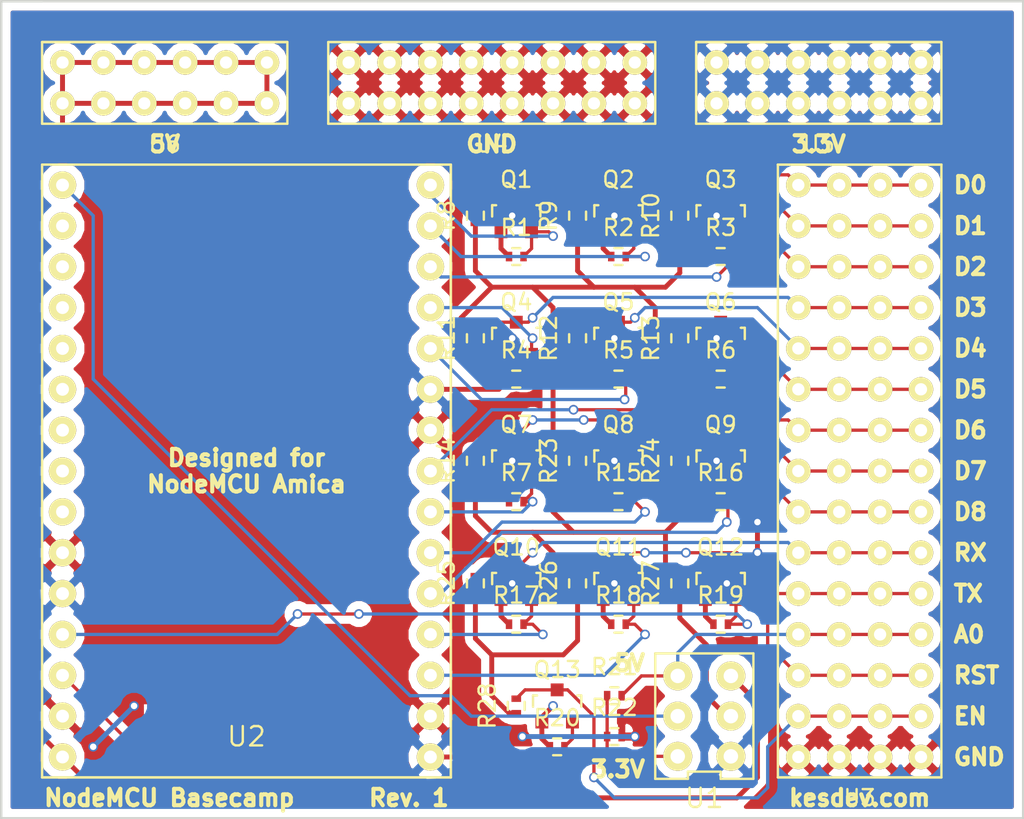
<source format=kicad_pcb>
(kicad_pcb (version 4) (host pcbnew 4.0.1-stable)
  (layers (0 F.Cu signal) (31 B.Cu signal) (34 B.Paste user) (35 F.Paste user) (36 B.SilkS user) (37 F.SilkS user) (38 B.Mask user) (39 F.Mask user) (44 Edge.Cuts user))
  (net 0 "")
  (net 1 3V3)
  (net 2 D0_LV)
  (net 3 D1_LV)
  (net 4 5V)
  (net 5 A0_LV)
  (net 6 D2_LV)
  (net 7 D3_LV)
  (net 8 D4_LV)
  (net 9 D5_LV)
  (net 10 D6_LV)
  (net 11 D7_LV)
  (net 12 D8_LV)
  (net 13 RX_LV)
  (net 14 EN_LV)
  (net 15 TX_LV)
  (net 16 RST_LV)
  (net 17 RST_XV)
  (net 18 EN_XV)
  (net 19 A0_XV)
  (net 20 TX_XV)
  (net 21 RX_XV)
  (net 22 D8_XV)
  (net 23 D7_XV)
  (net 24 D6_XV)
  (net 25 D5_XV)
  (net 26 D4_XV)
  (net 27 D3_XV)
  (net 28 D2_XV)
  (net 29 D1_XV)
  (net 30 D0_XV)
  (net 31 OP_V)
  (net 32 Earth)
  (net 33 A0_STEPDOWN)
  (module TO_SOT_Packages_SMD:SOT-23 (layer F.Cu) (at 63.754 38.735)
    (fp_text reference Q2 (at 0 -2.25) (layer F.SilkS))
    (fp_text value BSS138)
    (pad 1 smd rect (at -0.95 1.00076) (size 0.8001 0.8001) (layers F.Cu F.Paste F.Mask) (net 1 3V3))
    (pad 2 smd rect (at 0.95 1.00076) (size 0.8001 0.8001) (layers F.Cu F.Paste F.Mask) (net 3 D1_LV))
    (pad 3 smd rect (at 0 -0.99822) (size 0.8001 0.8001) (layers F.Cu F.Paste F.Mask) (net 29 D1_XV))
  )
  (module Resistors_SMD:R_0402 (layer F.Cu) (at 57.404 41.275)
    (fp_text reference R1 (at 0 -1.8) (layer F.SilkS))
    (fp_text value 10K)
    (pad 1 smd rect (at -0.45 0) (size 0.4 0.6) (layers F.Cu F.Paste F.Mask) (net 1 3V3))
    (pad 2 smd rect (at 0.45 0) (size 0.4 0.6) (layers F.Cu F.Paste F.Mask) (net 2 D0_LV))
  )
  (module Resistors_SMD:R_0402 (layer F.Cu) (at 63.754 41.275)
    (fp_text reference R2 (at 0 -1.8) (layer F.SilkS))
    (fp_text value 10K)
    (pad 1 smd rect (at -0.45 0) (size 0.4 0.6) (layers F.Cu F.Paste F.Mask) (net 1 3V3))
    (pad 2 smd rect (at 0.45 0) (size 0.4 0.6) (layers F.Cu F.Paste F.Mask) (net 3 D1_LV))
  )
  (module Resistors_SMD:R_0402 (layer F.Cu) (at 70.104 41.275)
    (fp_text reference R3 (at 0 -1.8) (layer F.SilkS))
    (fp_text value 10K)
    (pad 1 smd rect (at -0.45 0) (size 0.4 0.6) (layers F.Cu F.Paste F.Mask) (net 1 3V3))
    (pad 2 smd rect (at 0.45 0) (size 0.4 0.6) (layers F.Cu F.Paste F.Mask) (net 6 D2_LV))
  )
  (module Resistors_SMD:R_0402 (layer F.Cu) (at 57.404 48.895)
    (fp_text reference R4 (at 0 -1.8) (layer F.SilkS))
    (fp_text value 10K)
    (pad 1 smd rect (at -0.45 0) (size 0.4 0.6) (layers F.Cu F.Paste F.Mask) (net 1 3V3))
    (pad 2 smd rect (at 0.45 0) (size 0.4 0.6) (layers F.Cu F.Paste F.Mask) (net 7 D3_LV))
  )
  (module mplewis:NODEMCU_AMICA (layer F.Cu) (at 40.64 54.61 270)
    (fp_text reference U2 (at 16.51 0 540) (layer F.SilkS) (effects (font (size 1.2 1.2))))
    (fp_text value NODEMCU_AMICA)
    (pad 30 thru_hole circle (at -17.78 -11.43 270) (size 1.7 1.7) (drill 0.8) (layers *.Cu *.Mask F.SilkS) (net 2 D0_LV))
    (pad 1 thru_hole circle (at -17.78 11.43 270) (size 1.7 1.7) (drill 0.8) (layers *.Cu *.Mask F.SilkS) (net 5 A0_LV))
    (pad 29 thru_hole circle (at -15.24 -11.43 270) (size 1.7 1.7) (drill 0.8) (layers *.Cu *.Mask F.SilkS) (net 3 D1_LV))
    (pad 2 thru_hole circle (at -15.24 11.43 270) (size 1.7 1.7) (drill 0.8) (layers *.Cu *.Mask F.SilkS))
    (pad 28 thru_hole circle (at -12.7 -11.43 270) (size 1.7 1.7) (drill 0.8) (layers *.Cu *.Mask F.SilkS) (net 6 D2_LV))
    (pad 3 thru_hole circle (at -12.7 11.43 270) (size 1.7 1.7) (drill 0.8) (layers *.Cu *.Mask F.SilkS))
    (pad 27 thru_hole circle (at -10.16 -11.43 270) (size 1.7 1.7) (drill 0.8) (layers *.Cu *.Mask F.SilkS) (net 7 D3_LV))
    (pad 4 thru_hole circle (at -10.16 11.43 270) (size 1.7 1.7) (drill 0.8) (layers *.Cu *.Mask F.SilkS))
    (pad 26 thru_hole circle (at -7.62 -11.43 270) (size 1.7 1.7) (drill 0.8) (layers *.Cu *.Mask F.SilkS) (net 8 D4_LV))
    (pad 5 thru_hole circle (at -7.62 11.43 270) (size 1.7 1.7) (drill 0.8) (layers *.Cu *.Mask F.SilkS))
    (pad 25 thru_hole circle (at -5.08 -11.43 270) (size 1.7 1.7) (drill 0.8) (layers *.Cu *.Mask F.SilkS) (net 1 3V3))
    (pad 6 thru_hole circle (at -5.08 11.43 270) (size 1.7 1.7) (drill 0.8) (layers *.Cu *.Mask F.SilkS))
    (pad 24 thru_hole circle (at -2.54 -11.43 270) (size 1.7 1.7) (drill 0.8) (layers *.Cu *.Mask F.SilkS) (net 32 Earth))
    (pad 7 thru_hole circle (at -2.54 11.43 270) (size 1.7 1.7) (drill 0.8) (layers *.Cu *.Mask F.SilkS))
    (pad 23 thru_hole circle (at 0 -11.43 270) (size 1.7 1.7) (drill 0.8) (layers *.Cu *.Mask F.SilkS) (net 9 D5_LV))
    (pad 8 thru_hole circle (at 0 11.43 270) (size 1.7 1.7) (drill 0.8) (layers *.Cu *.Mask F.SilkS))
    (pad 22 thru_hole circle (at 2.54 -11.43 270) (size 1.7 1.7) (drill 0.8) (layers *.Cu *.Mask F.SilkS) (net 10 D6_LV))
    (pad 9 thru_hole circle (at 2.54 11.43 270) (size 1.7 1.7) (drill 0.8) (layers *.Cu *.Mask F.SilkS))
    (pad 21 thru_hole circle (at 5.08 -11.43 270) (size 1.7 1.7) (drill 0.8) (layers *.Cu *.Mask F.SilkS) (net 11 D7_LV))
    (pad 10 thru_hole circle (at 5.08 11.43 270) (size 1.7 1.7) (drill 0.8) (layers *.Cu *.Mask F.SilkS) (net 32 Earth))
    (pad 20 thru_hole circle (at 7.62 -11.43 270) (size 1.7 1.7) (drill 0.8) (layers *.Cu *.Mask F.SilkS) (net 12 D8_LV))
    (pad 11 thru_hole circle (at 7.62 11.43 270) (size 1.7 1.7) (drill 0.8) (layers *.Cu *.Mask F.SilkS) (net 1 3V3))
    (pad 19 thru_hole circle (at 10.16 -11.43 270) (size 1.7 1.7) (drill 0.8) (layers *.Cu *.Mask F.SilkS) (net 13 RX_LV))
    (pad 12 thru_hole circle (at 10.16 11.43 270) (size 1.7 1.7) (drill 0.8) (layers *.Cu *.Mask F.SilkS) (net 14 EN_LV))
    (pad 18 thru_hole circle (at 12.7 -11.43 270) (size 1.7 1.7) (drill 0.8) (layers *.Cu *.Mask F.SilkS) (net 15 TX_LV))
    (pad 13 thru_hole circle (at 12.7 11.43 270) (size 1.7 1.7) (drill 0.8) (layers *.Cu *.Mask F.SilkS) (net 16 RST_LV))
    (pad 17 thru_hole circle (at 15.24 -11.43 270) (size 1.7 1.7) (drill 0.8) (layers *.Cu *.Mask F.SilkS) (net 32 Earth))
    (pad 14 thru_hole circle (at 15.24 11.43 270) (size 1.7 1.7) (drill 0.8) (layers *.Cu *.Mask F.SilkS) (net 32 Earth))
    (pad 16 thru_hole circle (at 17.78 -11.43 270) (size 1.7 1.7) (drill 0.8) (layers *.Cu *.Mask F.SilkS) (net 1 3V3))
    (pad 15 thru_hole circle (at 17.78 11.43 270) (size 1.7 1.7) (drill 0.8) (layers *.Cu *.Mask F.SilkS) (net 4 5V))
  )
  (module TO_SOT_Packages_SMD:SOT-23 (layer F.Cu) (at 70.104 38.735)
    (fp_text reference Q3 (at 0 -2.25) (layer F.SilkS))
    (fp_text value BSS138)
    (pad 1 smd rect (at -0.95 1.00076) (size 0.8001 0.8001) (layers F.Cu F.Paste F.Mask) (net 1 3V3))
    (pad 2 smd rect (at 0.95 1.00076) (size 0.8001 0.8001) (layers F.Cu F.Paste F.Mask) (net 6 D2_LV))
    (pad 3 smd rect (at 0 -0.99822) (size 0.8001 0.8001) (layers F.Cu F.Paste F.Mask) (net 28 D2_XV))
  )
  (module TO_SOT_Packages_SMD:SOT-23 (layer F.Cu) (at 57.404 46.355)
    (fp_text reference Q4 (at 0 -2.25) (layer F.SilkS))
    (fp_text value BSS138)
    (pad 1 smd rect (at -0.95 1.00076) (size 0.8001 0.8001) (layers F.Cu F.Paste F.Mask) (net 1 3V3))
    (pad 2 smd rect (at 0.95 1.00076) (size 0.8001 0.8001) (layers F.Cu F.Paste F.Mask) (net 7 D3_LV))
    (pad 3 smd rect (at 0 -0.99822) (size 0.8001 0.8001) (layers F.Cu F.Paste F.Mask) (net 27 D3_XV))
  )
  (module TO_SOT_Packages_SMD:SOT-23 (layer F.Cu) (at 63.754 46.355)
    (fp_text reference Q5 (at 0 -2.25) (layer F.SilkS))
    (fp_text value BSS138)
    (pad 1 smd rect (at -0.95 1.00076) (size 0.8001 0.8001) (layers F.Cu F.Paste F.Mask) (net 1 3V3))
    (pad 2 smd rect (at 0.95 1.00076) (size 0.8001 0.8001) (layers F.Cu F.Paste F.Mask) (net 8 D4_LV))
    (pad 3 smd rect (at 0 -0.99822) (size 0.8001 0.8001) (layers F.Cu F.Paste F.Mask) (net 26 D4_XV))
  )
  (module TO_SOT_Packages_SMD:SOT-23 (layer F.Cu) (at 70.104 46.355)
    (fp_text reference Q6 (at 0 -2.25) (layer F.SilkS))
    (fp_text value BSS138)
    (pad 1 smd rect (at -0.95 1.00076) (size 0.8001 0.8001) (layers F.Cu F.Paste F.Mask) (net 1 3V3))
    (pad 2 smd rect (at 0.95 1.00076) (size 0.8001 0.8001) (layers F.Cu F.Paste F.Mask) (net 9 D5_LV))
    (pad 3 smd rect (at 0 -0.99822) (size 0.8001 0.8001) (layers F.Cu F.Paste F.Mask) (net 25 D5_XV))
  )
  (module TO_SOT_Packages_SMD:SOT-23 (layer F.Cu) (at 57.404 53.975)
    (fp_text reference Q7 (at 0 -2.25) (layer F.SilkS))
    (fp_text value BSS138)
    (pad 1 smd rect (at -0.95 1.00076) (size 0.8001 0.8001) (layers F.Cu F.Paste F.Mask) (net 1 3V3))
    (pad 2 smd rect (at 0.95 1.00076) (size 0.8001 0.8001) (layers F.Cu F.Paste F.Mask) (net 10 D6_LV))
    (pad 3 smd rect (at 0 -0.99822) (size 0.8001 0.8001) (layers F.Cu F.Paste F.Mask) (net 24 D6_XV))
  )
  (module TO_SOT_Packages_SMD:SOT-23 (layer F.Cu) (at 63.754 53.975)
    (fp_text reference Q8 (at 0 -2.25) (layer F.SilkS))
    (fp_text value BSS138)
    (pad 1 smd rect (at -0.95 1.00076) (size 0.8001 0.8001) (layers F.Cu F.Paste F.Mask) (net 1 3V3))
    (pad 2 smd rect (at 0.95 1.00076) (size 0.8001 0.8001) (layers F.Cu F.Paste F.Mask) (net 11 D7_LV))
    (pad 3 smd rect (at 0 -0.99822) (size 0.8001 0.8001) (layers F.Cu F.Paste F.Mask) (net 23 D7_XV))
  )
  (module TO_SOT_Packages_SMD:SOT-23 (layer F.Cu) (at 70.104 53.975)
    (fp_text reference Q9 (at 0 -2.25) (layer F.SilkS))
    (fp_text value BSS138)
    (pad 1 smd rect (at -0.95 1.00076) (size 0.8001 0.8001) (layers F.Cu F.Paste F.Mask) (net 1 3V3))
    (pad 2 smd rect (at 0.95 1.00076) (size 0.8001 0.8001) (layers F.Cu F.Paste F.Mask) (net 12 D8_LV))
    (pad 3 smd rect (at 0 -0.99822) (size 0.8001 0.8001) (layers F.Cu F.Paste F.Mask) (net 22 D8_XV))
  )
  (module TO_SOT_Packages_SMD:SOT-23 (layer F.Cu) (at 57.404 61.595)
    (fp_text reference Q10 (at 0 -2.25) (layer F.SilkS))
    (fp_text value BSS138)
    (pad 1 smd rect (at -0.95 1.00076) (size 0.8001 0.8001) (layers F.Cu F.Paste F.Mask) (net 1 3V3))
    (pad 2 smd rect (at 0.95 1.00076) (size 0.8001 0.8001) (layers F.Cu F.Paste F.Mask) (net 13 RX_LV))
    (pad 3 smd rect (at 0 -0.99822) (size 0.8001 0.8001) (layers F.Cu F.Paste F.Mask) (net 21 RX_XV))
  )
  (module TO_SOT_Packages_SMD:SOT-23 (layer F.Cu) (at 63.754 61.595)
    (fp_text reference Q11 (at 0 -2.25) (layer F.SilkS))
    (fp_text value BSS138)
    (pad 1 smd rect (at -0.95 1.00076) (size 0.8001 0.8001) (layers F.Cu F.Paste F.Mask) (net 1 3V3))
    (pad 2 smd rect (at 0.95 1.00076) (size 0.8001 0.8001) (layers F.Cu F.Paste F.Mask) (net 15 TX_LV))
    (pad 3 smd rect (at 0 -0.99822) (size 0.8001 0.8001) (layers F.Cu F.Paste F.Mask) (net 20 TX_XV))
  )
  (module TO_SOT_Packages_SMD:SOT-23 (layer F.Cu) (at 70.104 61.595)
    (fp_text reference Q12 (at 0 -2.25) (layer F.SilkS))
    (fp_text value BSS138)
    (pad 1 smd rect (at -0.95 1.00076) (size 0.8001 0.8001) (layers F.Cu F.Paste F.Mask) (net 1 3V3))
    (pad 2 smd rect (at 0.95 1.00076) (size 0.8001 0.8001) (layers F.Cu F.Paste F.Mask) (net 14 EN_LV))
    (pad 3 smd rect (at 0 -0.99822) (size 0.8001 0.8001) (layers F.Cu F.Paste F.Mask) (net 18 EN_XV))
  )
  (module TO_SOT_Packages_SMD:SOT-23 (layer F.Cu) (at 59.944 69.215)
    (fp_text reference Q13 (at 0 -2.25) (layer F.SilkS))
    (fp_text value BSS138)
    (pad 1 smd rect (at -0.95 1.00076) (size 0.8001 0.8001) (layers F.Cu F.Paste F.Mask) (net 1 3V3))
    (pad 2 smd rect (at 0.95 1.00076) (size 0.8001 0.8001) (layers F.Cu F.Paste F.Mask) (net 16 RST_LV))
    (pad 3 smd rect (at 0 -0.99822) (size 0.8001 0.8001) (layers F.Cu F.Paste F.Mask) (net 17 RST_XV))
  )
  (module Resistors_SMD:R_0402 (layer F.Cu) (at 63.754 48.895)
    (fp_text reference R5 (at 0 -1.8) (layer F.SilkS))
    (fp_text value 10K)
    (pad 1 smd rect (at -0.45 0) (size 0.4 0.6) (layers F.Cu F.Paste F.Mask) (net 1 3V3))
    (pad 2 smd rect (at 0.45 0) (size 0.4 0.6) (layers F.Cu F.Paste F.Mask) (net 8 D4_LV))
  )
  (module Resistors_SMD:R_0402 (layer F.Cu) (at 70.104 48.895)
    (fp_text reference R6 (at 0 -1.8) (layer F.SilkS))
    (fp_text value 10K)
    (pad 1 smd rect (at -0.45 0) (size 0.4 0.6) (layers F.Cu F.Paste F.Mask) (net 1 3V3))
    (pad 2 smd rect (at 0.45 0) (size 0.4 0.6) (layers F.Cu F.Paste F.Mask) (net 9 D5_LV))
  )
  (module Resistors_SMD:R_0402 (layer F.Cu) (at 57.404 56.515)
    (fp_text reference R7 (at 0 -1.8) (layer F.SilkS))
    (fp_text value 10K)
    (pad 1 smd rect (at -0.45 0) (size 0.4 0.6) (layers F.Cu F.Paste F.Mask) (net 1 3V3))
    (pad 2 smd rect (at 0.45 0) (size 0.4 0.6) (layers F.Cu F.Paste F.Mask) (net 10 D6_LV))
  )
  (module Resistors_SMD:R_0402 (layer F.Cu) (at 54.864 38.735 90)
    (fp_text reference R8 (at 0 -1.8 90) (layer F.SilkS))
    (fp_text value 10K)
    (pad 1 smd rect (at -0.45 0 90) (size 0.4 0.6) (layers F.Cu F.Paste F.Mask) (net 31 OP_V))
    (pad 2 smd rect (at 0.45 0 90) (size 0.4 0.6) (layers F.Cu F.Paste F.Mask) (net 30 D0_XV))
  )
  (module Resistors_SMD:R_0402 (layer F.Cu) (at 61.214 38.735 90)
    (fp_text reference R9 (at 0 -1.8 90) (layer F.SilkS))
    (fp_text value 10K)
    (pad 1 smd rect (at -0.45 0 90) (size 0.4 0.6) (layers F.Cu F.Paste F.Mask) (net 31 OP_V))
    (pad 2 smd rect (at 0.45 0 90) (size 0.4 0.6) (layers F.Cu F.Paste F.Mask) (net 29 D1_XV))
  )
  (module Resistors_SMD:R_0402 (layer F.Cu) (at 67.564 38.735 90)
    (fp_text reference R10 (at 0 -1.8 90) (layer F.SilkS))
    (fp_text value 10K)
    (pad 1 smd rect (at -0.45 0 90) (size 0.4 0.6) (layers F.Cu F.Paste F.Mask) (net 31 OP_V))
    (pad 2 smd rect (at 0.45 0 90) (size 0.4 0.6) (layers F.Cu F.Paste F.Mask) (net 28 D2_XV))
  )
  (module Resistors_SMD:R_0402 (layer F.Cu) (at 54.864 46.355 90)
    (fp_text reference R11 (at 0 -1.8 90) (layer F.SilkS))
    (fp_text value 10K)
    (pad 1 smd rect (at -0.45 0 90) (size 0.4 0.6) (layers F.Cu F.Paste F.Mask) (net 31 OP_V))
    (pad 2 smd rect (at 0.45 0 90) (size 0.4 0.6) (layers F.Cu F.Paste F.Mask) (net 27 D3_XV))
  )
  (module Resistors_SMD:R_0402 (layer F.Cu) (at 61.214 46.355 90)
    (fp_text reference R12 (at 0 -1.8 90) (layer F.SilkS))
    (fp_text value 10K)
    (pad 1 smd rect (at -0.45 0 90) (size 0.4 0.6) (layers F.Cu F.Paste F.Mask) (net 31 OP_V))
    (pad 2 smd rect (at 0.45 0 90) (size 0.4 0.6) (layers F.Cu F.Paste F.Mask) (net 26 D4_XV))
  )
  (module Resistors_SMD:R_0402 (layer F.Cu) (at 67.564 46.355 90)
    (fp_text reference R13 (at 0 -1.8 90) (layer F.SilkS))
    (fp_text value 10K)
    (pad 1 smd rect (at -0.45 0 90) (size 0.4 0.6) (layers F.Cu F.Paste F.Mask) (net 31 OP_V))
    (pad 2 smd rect (at 0.45 0 90) (size 0.4 0.6) (layers F.Cu F.Paste F.Mask) (net 25 D5_XV))
  )
  (module Resistors_SMD:R_0402 (layer F.Cu) (at 54.864 53.975 90)
    (fp_text reference R14 (at 0 -1.8 90) (layer F.SilkS))
    (fp_text value 10K)
    (pad 1 smd rect (at -0.45 0 90) (size 0.4 0.6) (layers F.Cu F.Paste F.Mask) (net 31 OP_V))
    (pad 2 smd rect (at 0.45 0 90) (size 0.4 0.6) (layers F.Cu F.Paste F.Mask) (net 24 D6_XV))
  )
  (module Resistors_SMD:R_0402 (layer F.Cu) (at 63.754 56.515)
    (fp_text reference R15 (at 0 -1.8) (layer F.SilkS))
    (fp_text value 10K)
    (pad 1 smd rect (at -0.45 0) (size 0.4 0.6) (layers F.Cu F.Paste F.Mask) (net 1 3V3))
    (pad 2 smd rect (at 0.45 0) (size 0.4 0.6) (layers F.Cu F.Paste F.Mask) (net 11 D7_LV))
  )
  (module Resistors_SMD:R_0402 (layer F.Cu) (at 70.104 56.515)
    (fp_text reference R16 (at 0 -1.8) (layer F.SilkS))
    (fp_text value 10K)
    (pad 1 smd rect (at -0.45 0) (size 0.4 0.6) (layers F.Cu F.Paste F.Mask) (net 1 3V3))
    (pad 2 smd rect (at 0.45 0) (size 0.4 0.6) (layers F.Cu F.Paste F.Mask) (net 12 D8_LV))
  )
  (module Resistors_SMD:R_0402 (layer F.Cu) (at 57.404 64.135)
    (fp_text reference R17 (at 0 -1.8) (layer F.SilkS))
    (fp_text value 10K)
    (pad 1 smd rect (at -0.45 0) (size 0.4 0.6) (layers F.Cu F.Paste F.Mask) (net 1 3V3))
    (pad 2 smd rect (at 0.45 0) (size 0.4 0.6) (layers F.Cu F.Paste F.Mask) (net 13 RX_LV))
  )
  (module Resistors_SMD:R_0402 (layer F.Cu) (at 63.754 64.135)
    (fp_text reference R18 (at 0 -1.8) (layer F.SilkS))
    (fp_text value 10K)
    (pad 1 smd rect (at -0.45 0) (size 0.4 0.6) (layers F.Cu F.Paste F.Mask) (net 1 3V3))
    (pad 2 smd rect (at 0.45 0) (size 0.4 0.6) (layers F.Cu F.Paste F.Mask) (net 15 TX_LV))
  )
  (module Resistors_SMD:R_0402 (layer F.Cu) (at 70.104 64.135)
    (fp_text reference R19 (at 0 -1.8) (layer F.SilkS))
    (fp_text value 10K)
    (pad 1 smd rect (at -0.45 0) (size 0.4 0.6) (layers F.Cu F.Paste F.Mask) (net 1 3V3))
    (pad 2 smd rect (at 0.45 0) (size 0.4 0.6) (layers F.Cu F.Paste F.Mask) (net 14 EN_LV))
  )
  (module Resistors_SMD:R_0402 (layer F.Cu) (at 59.944 71.755)
    (fp_text reference R20 (at 0 -1.8) (layer F.SilkS))
    (fp_text value 10K)
    (pad 1 smd rect (at -0.45 0) (size 0.4 0.6) (layers F.Cu F.Paste F.Mask) (net 1 3V3))
    (pad 2 smd rect (at 0.45 0) (size 0.4 0.6) (layers F.Cu F.Paste F.Mask) (net 16 RST_LV))
  )
  (module Resistors_SMD:R_0402 (layer F.Cu) (at 63.5 68.58)
    (fp_text reference R21 (at 0 -1.8) (layer F.SilkS))
    (fp_text value 33K)
    (pad 1 smd rect (at -0.45 0) (size 0.4 0.6) (layers F.Cu F.Paste F.Mask) (net 33 A0_STEPDOWN))
    (pad 2 smd rect (at 0.45 0) (size 0.4 0.6) (layers F.Cu F.Paste F.Mask) (net 19 A0_XV))
  )
  (module Resistors_SMD:R_0402 (layer F.Cu) (at 63.5 71.12)
    (fp_text reference R22 (at 0 -1.8) (layer F.SilkS))
    (fp_text value 68K)
    (pad 1 smd rect (at -0.45 0) (size 0.4 0.6) (layers F.Cu F.Paste F.Mask) (net 33 A0_STEPDOWN))
    (pad 2 smd rect (at 0.45 0) (size 0.4 0.6) (layers F.Cu F.Paste F.Mask) (net 32 Earth))
  )
  (module Resistors_SMD:R_0402 (layer F.Cu) (at 61.214 53.975 90)
    (fp_text reference R23 (at 0 -1.8 90) (layer F.SilkS))
    (fp_text value 10K)
    (pad 1 smd rect (at -0.45 0 90) (size 0.4 0.6) (layers F.Cu F.Paste F.Mask) (net 31 OP_V))
    (pad 2 smd rect (at 0.45 0 90) (size 0.4 0.6) (layers F.Cu F.Paste F.Mask) (net 23 D7_XV))
  )
  (module Resistors_SMD:R_0402 (layer F.Cu) (at 67.564 53.975 90)
    (fp_text reference R24 (at 0 -1.8 90) (layer F.SilkS))
    (fp_text value 10K)
    (pad 1 smd rect (at -0.45 0 90) (size 0.4 0.6) (layers F.Cu F.Paste F.Mask) (net 31 OP_V))
    (pad 2 smd rect (at 0.45 0 90) (size 0.4 0.6) (layers F.Cu F.Paste F.Mask) (net 22 D8_XV))
  )
  (module Resistors_SMD:R_0402 (layer F.Cu) (at 54.864 61.595 90)
    (fp_text reference R25 (at 0 -1.8 90) (layer F.SilkS))
    (fp_text value 10K)
    (pad 1 smd rect (at -0.45 0 90) (size 0.4 0.6) (layers F.Cu F.Paste F.Mask) (net 31 OP_V))
    (pad 2 smd rect (at 0.45 0 90) (size 0.4 0.6) (layers F.Cu F.Paste F.Mask) (net 21 RX_XV))
  )
  (module Resistors_SMD:R_0402 (layer F.Cu) (at 61.214 61.595 90)
    (fp_text reference R26 (at 0 -1.8 90) (layer F.SilkS))
    (fp_text value 10K)
    (pad 1 smd rect (at -0.45 0 90) (size 0.4 0.6) (layers F.Cu F.Paste F.Mask) (net 31 OP_V))
    (pad 2 smd rect (at 0.45 0 90) (size 0.4 0.6) (layers F.Cu F.Paste F.Mask) (net 20 TX_XV))
  )
  (module Resistors_SMD:R_0402 (layer F.Cu) (at 67.564 61.595 90)
    (fp_text reference R27 (at 0 -1.8 90) (layer F.SilkS))
    (fp_text value 10K)
    (pad 1 smd rect (at -0.45 0 90) (size 0.4 0.6) (layers F.Cu F.Paste F.Mask) (net 31 OP_V))
    (pad 2 smd rect (at 0.45 0 90) (size 0.4 0.6) (layers F.Cu F.Paste F.Mask) (net 18 EN_XV))
  )
  (module Resistors_SMD:R_0402 (layer F.Cu) (at 57.404 69.215 90)
    (fp_text reference R28 (at 0 -1.8 90) (layer F.SilkS))
    (fp_text value 10K)
    (pad 1 smd rect (at -0.45 0 90) (size 0.4 0.6) (layers F.Cu F.Paste F.Mask) (net 31 OP_V))
    (pad 2 smd rect (at 0.45 0 90) (size 0.4 0.6) (layers F.Cu F.Paste F.Mask) (net 17 RST_XV))
  )
  (module mplewis:HEADER_STRIP_15X4 (layer F.Cu) (at 78.74 54.61)
    (fp_text reference U3 (at 0 20.32) (layer F.SilkS))
    (fp_text value DEV_PINS)
    (pad 15 thru_hole circle (at 1.27 17.78) (size 1.524 1.524) (drill 0.762) (layers *.Cu *.Mask F.SilkS) (net 32 Earth))
    (pad 14 thru_hole circle (at 1.27 15.24) (size 1.524 1.524) (drill 0.762) (layers *.Cu *.Mask F.SilkS) (net 17 RST_XV))
    (pad 13 thru_hole circle (at 1.27 12.7) (size 1.524 1.524) (drill 0.762) (layers *.Cu *.Mask F.SilkS) (net 18 EN_XV))
    (pad 12 thru_hole circle (at 1.27 10.16) (size 1.524 1.524) (drill 0.762) (layers *.Cu *.Mask F.SilkS) (net 19 A0_XV))
    (pad 11 thru_hole circle (at 1.27 7.62) (size 1.524 1.524) (drill 0.762) (layers *.Cu *.Mask F.SilkS) (net 20 TX_XV))
    (pad 10 thru_hole circle (at 1.27 5.08) (size 1.524 1.524) (drill 0.762) (layers *.Cu *.Mask F.SilkS) (net 21 RX_XV))
    (pad 9 thru_hole circle (at 1.27 2.54) (size 1.524 1.524) (drill 0.762) (layers *.Cu *.Mask F.SilkS) (net 22 D8_XV))
    (pad 8 thru_hole circle (at 1.27 0) (size 1.524 1.524) (drill 0.762) (layers *.Cu *.Mask F.SilkS) (net 23 D7_XV))
    (pad 7 thru_hole circle (at 1.27 -2.54) (size 1.524 1.524) (drill 0.762) (layers *.Cu *.Mask F.SilkS) (net 24 D6_XV))
    (pad 6 thru_hole circle (at 1.27 -5.08) (size 1.524 1.524) (drill 0.762) (layers *.Cu *.Mask F.SilkS) (net 25 D5_XV))
    (pad 5 thru_hole circle (at 1.27 -7.62) (size 1.524 1.524) (drill 0.762) (layers *.Cu *.Mask F.SilkS) (net 26 D4_XV))
    (pad 4 thru_hole circle (at 1.27 -10.16) (size 1.524 1.524) (drill 0.762) (layers *.Cu *.Mask F.SilkS) (net 27 D3_XV))
    (pad 3 thru_hole circle (at 1.27 -12.7) (size 1.524 1.524) (drill 0.762) (layers *.Cu *.Mask F.SilkS) (net 28 D2_XV))
    (pad 2 thru_hole circle (at 1.27 -15.24) (size 1.524 1.524) (drill 0.762) (layers *.Cu *.Mask F.SilkS) (net 29 D1_XV))
    (pad 1 thru_hole circle (at 1.27 -17.78) (size 1.524 1.524) (drill 0.762) (layers *.Cu *.Mask F.SilkS) (net 30 D0_XV))
    (pad 1 thru_hole circle (at 3.81 -17.78) (size 1.524 1.524) (drill 0.762) (layers *.Cu *.Mask F.SilkS) (net 30 D0_XV))
    (pad 2 thru_hole circle (at 3.81 -15.24) (size 1.524 1.524) (drill 0.762) (layers *.Cu *.Mask F.SilkS) (net 29 D1_XV))
    (pad 3 thru_hole circle (at 3.81 -12.7) (size 1.524 1.524) (drill 0.762) (layers *.Cu *.Mask F.SilkS) (net 28 D2_XV))
    (pad 4 thru_hole circle (at 3.81 -10.16) (size 1.524 1.524) (drill 0.762) (layers *.Cu *.Mask F.SilkS) (net 27 D3_XV))
    (pad 5 thru_hole circle (at 3.81 -7.62) (size 1.524 1.524) (drill 0.762) (layers *.Cu *.Mask F.SilkS) (net 26 D4_XV))
    (pad 6 thru_hole circle (at 3.81 -5.08) (size 1.524 1.524) (drill 0.762) (layers *.Cu *.Mask F.SilkS) (net 25 D5_XV))
    (pad 7 thru_hole circle (at 3.81 -2.54) (size 1.524 1.524) (drill 0.762) (layers *.Cu *.Mask F.SilkS) (net 24 D6_XV))
    (pad 8 thru_hole circle (at 3.81 0) (size 1.524 1.524) (drill 0.762) (layers *.Cu *.Mask F.SilkS) (net 23 D7_XV))
    (pad 9 thru_hole circle (at 3.81 2.54) (size 1.524 1.524) (drill 0.762) (layers *.Cu *.Mask F.SilkS) (net 22 D8_XV))
    (pad 10 thru_hole circle (at 3.81 5.08) (size 1.524 1.524) (drill 0.762) (layers *.Cu *.Mask F.SilkS) (net 21 RX_XV))
    (pad 11 thru_hole circle (at 3.81 7.62) (size 1.524 1.524) (drill 0.762) (layers *.Cu *.Mask F.SilkS) (net 20 TX_XV))
    (pad 12 thru_hole circle (at 3.81 10.16) (size 1.524 1.524) (drill 0.762) (layers *.Cu *.Mask F.SilkS) (net 19 A0_XV))
    (pad 13 thru_hole circle (at 3.81 12.7) (size 1.524 1.524) (drill 0.762) (layers *.Cu *.Mask F.SilkS) (net 18 EN_XV))
    (pad 14 thru_hole circle (at 3.81 15.24) (size 1.524 1.524) (drill 0.762) (layers *.Cu *.Mask F.SilkS) (net 17 RST_XV))
    (pad 15 thru_hole circle (at 3.81 17.78) (size 1.524 1.524) (drill 0.762) (layers *.Cu *.Mask F.SilkS) (net 32 Earth))
    (pad 15 thru_hole circle (at -1.27 17.78) (size 1.524 1.524) (drill 0.762) (layers *.Cu *.Mask F.SilkS) (net 32 Earth))
    (pad 14 thru_hole circle (at -1.27 15.24) (size 1.524 1.524) (drill 0.762) (layers *.Cu *.Mask F.SilkS) (net 17 RST_XV))
    (pad 13 thru_hole circle (at -1.27 12.7) (size 1.524 1.524) (drill 0.762) (layers *.Cu *.Mask F.SilkS) (net 18 EN_XV))
    (pad 12 thru_hole circle (at -1.27 10.16) (size 1.524 1.524) (drill 0.762) (layers *.Cu *.Mask F.SilkS) (net 19 A0_XV))
    (pad 11 thru_hole circle (at -1.27 7.62) (size 1.524 1.524) (drill 0.762) (layers *.Cu *.Mask F.SilkS) (net 20 TX_XV))
    (pad 10 thru_hole circle (at -1.27 5.08) (size 1.524 1.524) (drill 0.762) (layers *.Cu *.Mask F.SilkS) (net 21 RX_XV))
    (pad 9 thru_hole circle (at -1.27 2.54) (size 1.524 1.524) (drill 0.762) (layers *.Cu *.Mask F.SilkS) (net 22 D8_XV))
    (pad 8 thru_hole circle (at -1.27 0) (size 1.524 1.524) (drill 0.762) (layers *.Cu *.Mask F.SilkS) (net 23 D7_XV))
    (pad 7 thru_hole circle (at -1.27 -2.54) (size 1.524 1.524) (drill 0.762) (layers *.Cu *.Mask F.SilkS) (net 24 D6_XV))
    (pad 6 thru_hole circle (at -1.27 -5.08) (size 1.524 1.524) (drill 0.762) (layers *.Cu *.Mask F.SilkS) (net 25 D5_XV))
    (pad 5 thru_hole circle (at -1.27 -7.62) (size 1.524 1.524) (drill 0.762) (layers *.Cu *.Mask F.SilkS) (net 26 D4_XV))
    (pad 4 thru_hole circle (at -1.27 -10.16) (size 1.524 1.524) (drill 0.762) (layers *.Cu *.Mask F.SilkS) (net 27 D3_XV))
    (pad 3 thru_hole circle (at -1.27 -12.7) (size 1.524 1.524) (drill 0.762) (layers *.Cu *.Mask F.SilkS) (net 28 D2_XV))
    (pad 2 thru_hole circle (at -1.27 -15.24) (size 1.524 1.524) (drill 0.762) (layers *.Cu *.Mask F.SilkS) (net 29 D1_XV))
    (pad 1 thru_hole circle (at -1.27 -17.78) (size 1.524 1.524) (drill 0.762) (layers *.Cu *.Mask F.SilkS) (net 30 D0_XV))
    (pad 1 thru_hole circle (at -3.81 -17.78) (size 1.524 1.524) (drill 0.762) (layers *.Cu *.Mask F.SilkS) (net 30 D0_XV))
    (pad 2 thru_hole circle (at -3.81 -15.24) (size 1.524 1.524) (drill 0.762) (layers *.Cu *.Mask F.SilkS) (net 29 D1_XV))
    (pad 3 thru_hole circle (at -3.81 -12.7) (size 1.524 1.524) (drill 0.762) (layers *.Cu *.Mask F.SilkS) (net 28 D2_XV))
    (pad 4 thru_hole circle (at -3.81 -10.16) (size 1.524 1.524) (drill 0.762) (layers *.Cu *.Mask F.SilkS) (net 27 D3_XV))
    (pad 5 thru_hole circle (at -3.81 -7.62) (size 1.524 1.524) (drill 0.762) (layers *.Cu *.Mask F.SilkS) (net 26 D4_XV))
    (pad 6 thru_hole circle (at -3.81 -5.08) (size 1.524 1.524) (drill 0.762) (layers *.Cu *.Mask F.SilkS) (net 25 D5_XV))
    (pad 7 thru_hole circle (at -3.81 -2.54) (size 1.524 1.524) (drill 0.762) (layers *.Cu *.Mask F.SilkS) (net 24 D6_XV))
    (pad 8 thru_hole circle (at -3.81 0) (size 1.524 1.524) (drill 0.762) (layers *.Cu *.Mask F.SilkS) (net 23 D7_XV))
    (pad 9 thru_hole circle (at -3.81 2.54) (size 1.524 1.524) (drill 0.762) (layers *.Cu *.Mask F.SilkS) (net 22 D8_XV))
    (pad 10 thru_hole circle (at -3.81 5.08) (size 1.524 1.524) (drill 0.762) (layers *.Cu *.Mask F.SilkS) (net 21 RX_XV))
    (pad 11 thru_hole circle (at -3.81 7.62) (size 1.524 1.524) (drill 0.762) (layers *.Cu *.Mask F.SilkS) (net 20 TX_XV))
    (pad 12 thru_hole circle (at -3.81 10.16) (size 1.524 1.524) (drill 0.762) (layers *.Cu *.Mask F.SilkS) (net 19 A0_XV))
    (pad 13 thru_hole circle (at -3.81 12.7) (size 1.524 1.524) (drill 0.762) (layers *.Cu *.Mask F.SilkS) (net 18 EN_XV))
    (pad 14 thru_hole circle (at -3.81 15.24) (size 1.524 1.524) (drill 0.762) (layers *.Cu *.Mask F.SilkS) (net 17 RST_XV))
    (pad 15 thru_hole circle (at -3.81 17.78) (size 1.524 1.524) (drill 0.762) (layers *.Cu *.Mask F.SilkS) (net 32 Earth))
  )
  (module mplewis:JS202011CQN (layer F.Cu) (at 69.088 69.85 180)
    (fp_text reference U1 (at 0 -5.1 180) (layer F.SilkS) (effects (font (size 1.2 1.2))))
    (fp_text value JS202011CQN)
    (pad 6 thru_hole circle (at 1.65 -2.5 90) (size 1.8 1.8) (drill 0.9) (layers *.Cu *.Mask F.SilkS) (net 33 A0_STEPDOWN))
    (pad 1 thru_hole circle (at -1.65 -2.5 90) (size 1.8 1.8) (drill 0.9) (layers *.Cu *.Mask F.SilkS) (net 1 3V3))
    (pad 5 thru_hole circle (at 1.65 0 90) (size 1.8 1.8) (drill 0.9) (layers *.Cu *.Mask F.SilkS) (net 5 A0_LV))
    (pad 2 thru_hole circle (at -1.65 0 90) (size 1.8 1.8) (drill 0.9) (layers *.Cu *.Mask F.SilkS) (net 31 OP_V))
    (pad 4 thru_hole circle (at 1.65 2.5 90) (size 1.8 1.8) (drill 0.9) (layers *.Cu *.Mask F.SilkS) (net 19 A0_XV))
    (pad 3 thru_hole circle (at -1.65 2.5 90) (size 1.8 1.8) (drill 0.9) (layers *.Cu *.Mask F.SilkS) (net 4 5V))
  )
  (module mplewis:HEADER_BUS_4X8 (layer F.Cu) (at 55.88 30.48)
    (fp_text reference U4 (at 0 3.81) (layer F.SilkS))
    (fp_text value GND_BUS)
    (pad 1 thru_hole circle (at 8.89 1.27) (size 1.524 1.524) (drill 0.762) (layers *.Cu *.Mask F.SilkS) (net 32 Earth))
    (pad 1 thru_hole circle (at 8.89 -1.27) (size 1.524 1.524) (drill 0.762) (layers *.Cu *.Mask F.SilkS) (net 32 Earth))
    (pad 1 thru_hole circle (at 1.27 -1.27) (size 1.524 1.524) (drill 0.762) (layers *.Cu *.Mask F.SilkS) (net 32 Earth))
    (pad 1 thru_hole circle (at 3.81 -1.27) (size 1.524 1.524) (drill 0.762) (layers *.Cu *.Mask F.SilkS) (net 32 Earth))
    (pad 1 thru_hole circle (at 6.35 -1.27) (size 1.524 1.524) (drill 0.762) (layers *.Cu *.Mask F.SilkS) (net 32 Earth))
    (pad 1 thru_hole circle (at 1.27 1.27) (size 1.524 1.524) (drill 0.762) (layers *.Cu *.Mask F.SilkS) (net 32 Earth))
    (pad 1 thru_hole circle (at 3.81 1.27) (size 1.524 1.524) (drill 0.762) (layers *.Cu *.Mask F.SilkS) (net 32 Earth))
    (pad 1 thru_hole circle (at 6.35 1.27) (size 1.524 1.524) (drill 0.762) (layers *.Cu *.Mask F.SilkS) (net 32 Earth))
    (pad 1 thru_hole circle (at -1.27 1.27) (size 1.524 1.524) (drill 0.762) (layers *.Cu *.Mask F.SilkS) (net 32 Earth))
    (pad 1 thru_hole circle (at -3.81 1.27) (size 1.524 1.524) (drill 0.762) (layers *.Cu *.Mask F.SilkS) (net 32 Earth))
    (pad 1 thru_hole circle (at -6.35 1.27) (size 1.524 1.524) (drill 0.762) (layers *.Cu *.Mask F.SilkS) (net 32 Earth))
    (pad 1 thru_hole circle (at -8.89 1.27) (size 1.524 1.524) (drill 0.762) (layers *.Cu *.Mask F.SilkS) (net 32 Earth))
    (pad 1 thru_hole circle (at -1.27 -1.27) (size 1.524 1.524) (drill 0.762) (layers *.Cu *.Mask F.SilkS) (net 32 Earth))
    (pad 1 thru_hole circle (at -3.81 -1.27) (size 1.524 1.524) (drill 0.762) (layers *.Cu *.Mask F.SilkS) (net 32 Earth))
    (pad 1 thru_hole circle (at -6.35 -1.27) (size 1.524 1.524) (drill 0.762) (layers *.Cu *.Mask F.SilkS) (net 32 Earth))
    (pad 1 thru_hole circle (at -8.89 -1.27) (size 1.524 1.524) (drill 0.762) (layers *.Cu *.Mask F.SilkS) (net 32 Earth))
  )
  (module TO_SOT_Packages_SMD:SOT-23 (layer F.Cu) (at 57.404 38.735)
    (fp_text reference Q1 (at 0 -2.25) (layer F.SilkS))
    (fp_text value BSS138)
    (pad 1 smd rect (at -0.95 1.00076) (size 0.8001 0.8001) (layers F.Cu F.Paste F.Mask) (net 1 3V3))
    (pad 2 smd rect (at 0.95 1.00076) (size 0.8001 0.8001) (layers F.Cu F.Paste F.Mask) (net 2 D0_LV))
    (pad 3 smd rect (at 0 -0.99822) (size 0.8001 0.8001) (layers F.Cu F.Paste F.Mask) (net 30 D0_XV))
  )
  (module mplewis:HEADER_BUS_4X6 (layer F.Cu) (at 76.2 30.48)
    (fp_text reference U5 (at 0 3.81) (layer F.SilkS))
    (fp_text value 3V3_BUS)
    (pad 1 thru_hole circle (at 3.81 -1.27) (size 1.524 1.524) (drill 0.762) (layers *.Cu *.Mask F.SilkS) (net 1 3V3))
    (pad 1 thru_hole circle (at 6.35 -1.27) (size 1.524 1.524) (drill 0.762) (layers *.Cu *.Mask F.SilkS) (net 1 3V3))
    (pad 1 thru_hole circle (at 3.81 1.27) (size 1.524 1.524) (drill 0.762) (layers *.Cu *.Mask F.SilkS) (net 1 3V3))
    (pad 1 thru_hole circle (at 6.35 1.27) (size 1.524 1.524) (drill 0.762) (layers *.Cu *.Mask F.SilkS) (net 1 3V3))
    (pad 1 thru_hole circle (at 1.27 1.27) (size 1.524 1.524) (drill 0.762) (layers *.Cu *.Mask F.SilkS) (net 1 3V3))
    (pad 1 thru_hole circle (at -1.27 1.27) (size 1.524 1.524) (drill 0.762) (layers *.Cu *.Mask F.SilkS) (net 1 3V3))
    (pad 1 thru_hole circle (at -3.81 1.27) (size 1.524 1.524) (drill 0.762) (layers *.Cu *.Mask F.SilkS) (net 1 3V3))
    (pad 1 thru_hole circle (at -6.35 1.27) (size 1.524 1.524) (drill 0.762) (layers *.Cu *.Mask F.SilkS) (net 1 3V3))
    (pad 1 thru_hole circle (at 1.27 -1.27) (size 1.524 1.524) (drill 0.762) (layers *.Cu *.Mask F.SilkS) (net 1 3V3))
    (pad 1 thru_hole circle (at -1.27 -1.27) (size 1.524 1.524) (drill 0.762) (layers *.Cu *.Mask F.SilkS) (net 1 3V3))
    (pad 1 thru_hole circle (at -3.81 -1.27) (size 1.524 1.524) (drill 0.762) (layers *.Cu *.Mask F.SilkS) (net 1 3V3))
    (pad 1 thru_hole circle (at -6.35 -1.27) (size 1.524 1.524) (drill 0.762) (layers *.Cu *.Mask F.SilkS) (net 1 3V3))
  )
  (module mplewis:HEADER_BUS_4X6 (layer F.Cu) (at 35.56 30.48)
    (fp_text reference U6 (at 0 3.81) (layer F.SilkS))
    (fp_text value 5V_BUS)
    (pad 1 thru_hole circle (at 3.81 -1.27) (size 1.524 1.524) (drill 0.762) (layers *.Cu *.Mask F.SilkS) (net 4 5V))
    (pad 1 thru_hole circle (at 6.35 -1.27) (size 1.524 1.524) (drill 0.762) (layers *.Cu *.Mask F.SilkS) (net 4 5V))
    (pad 1 thru_hole circle (at 3.81 1.27) (size 1.524 1.524) (drill 0.762) (layers *.Cu *.Mask F.SilkS) (net 4 5V))
    (pad 1 thru_hole circle (at 6.35 1.27) (size 1.524 1.524) (drill 0.762) (layers *.Cu *.Mask F.SilkS) (net 4 5V))
    (pad 1 thru_hole circle (at 1.27 1.27) (size 1.524 1.524) (drill 0.762) (layers *.Cu *.Mask F.SilkS) (net 4 5V))
    (pad 1 thru_hole circle (at -1.27 1.27) (size 1.524 1.524) (drill 0.762) (layers *.Cu *.Mask F.SilkS) (net 4 5V))
    (pad 1 thru_hole circle (at -3.81 1.27) (size 1.524 1.524) (drill 0.762) (layers *.Cu *.Mask F.SilkS) (net 4 5V))
    (pad 1 thru_hole circle (at -6.35 1.27) (size 1.524 1.524) (drill 0.762) (layers *.Cu *.Mask F.SilkS) (net 4 5V))
    (pad 1 thru_hole circle (at 1.27 -1.27) (size 1.524 1.524) (drill 0.762) (layers *.Cu *.Mask F.SilkS) (net 4 5V))
    (pad 1 thru_hole circle (at -1.27 -1.27) (size 1.524 1.524) (drill 0.762) (layers *.Cu *.Mask F.SilkS) (net 4 5V))
    (pad 1 thru_hole circle (at -3.81 -1.27) (size 1.524 1.524) (drill 0.762) (layers *.Cu *.Mask F.SilkS) (net 4 5V))
    (pad 1 thru_hole circle (at -6.35 -1.27) (size 1.524 1.524) (drill 0.762) (layers *.Cu *.Mask F.SilkS) (net 4 5V))
  )
  (gr_text "Rev. 1" (at 53.34 74.93) (layer F.SilkS) (effects (font (size 1.016 1.016) (thickness 0.254)) (justify right)))
  (gr_text "Designed for\nNodeMCU Amica" (at 40.64 54.61) (layer F.SilkS) (effects (font (size 1.016 1.016) (thickness 0.254))))
  (gr_text kesdev.com (at 78.74 74.93) (layer F.SilkS) (effects (font (size 1.016 1.016) (thickness 0.254))))
  (gr_text "NodeMCU Basecamp" (at 27.94 74.93) (layer F.SilkS) (effects (font (size 1.016 1.016) (thickness 0.254)) (justify left)))
  (gr_line (start 25.4 76.2) (end 88.9 76.2) (angle 90) (layer Edge.Cuts) (width 0.15))
  (gr_line (start 88.9 25.4) (end 25.4 25.4) (angle 90) (layer Edge.Cuts) (width 0.15))
  (gr_text A0 (at 84.455 64.77) (layer F.SilkS) (effects (font (size 1.016 1.016) (thickness 0.254)) (justify left)))
  (gr_text TX (at 84.455 62.23) (layer F.SilkS) (effects (font (size 1.016 1.016) (thickness 0.254)) (justify left)))
  (gr_text RX (at 84.455 59.69) (layer F.SilkS) (effects (font (size 1.016 1.016) (thickness 0.254)) (justify left)))
  (gr_text D8 (at 84.455 57.15) (layer F.SilkS) (effects (font (size 1.016 1.016) (thickness 0.254)) (justify left)))
  (gr_text D7 (at 84.455 54.61) (layer F.SilkS) (effects (font (size 1.016 1.016) (thickness 0.254)) (justify left)))
  (gr_text D6 (at 84.455 52.07) (layer F.SilkS) (effects (font (size 1.016 1.016) (thickness 0.254)) (justify left)))
  (gr_text D5 (at 84.455 49.53) (layer F.SilkS) (effects (font (size 1.016 1.016) (thickness 0.254)) (justify left)))
  (gr_text D4 (at 84.455 46.99) (layer F.SilkS) (effects (font (size 1.016 1.016) (thickness 0.254)) (justify left)))
  (gr_text D3 (at 84.455 44.45) (layer F.SilkS) (effects (font (size 1.016 1.016) (thickness 0.254)) (justify left)))
  (gr_text D2 (at 84.455 41.91) (layer F.SilkS) (effects (font (size 1.016 1.016) (thickness 0.254)) (justify left)))
  (gr_text D1 (at 84.455 39.37) (layer F.SilkS) (effects (font (size 1.016 1.016) (thickness 0.254)) (justify left)))
  (gr_text RST (at 84.455 67.31) (layer F.SilkS) (effects (font (size 1.016 1.016) (thickness 0.254)) (justify left)))
  (gr_text EN (at 84.455 69.85) (layer F.SilkS) (effects (font (size 1.016 1.016) (thickness 0.254)) (justify left)))
  (gr_text GND (at 84.455 72.39) (layer F.SilkS) (effects (font (size 1.016 1.016) (thickness 0.254)) (justify left)))
  (gr_text GND (at 55.88 34.29) (layer F.SilkS) (effects (font (size 1.016 1.016) (thickness 0.254))))
  (gr_text 5V (at 35.56 34.29) (layer F.SilkS) (effects (font (size 1.016 1.016) (thickness 0.254))))
  (gr_text 3.3V (at 76.2 34.29) (layer F.SilkS) (effects (font (size 1.016 1.016) (thickness 0.254))))
  (gr_text D0 (at 84.455 36.83) (layer F.SilkS) (effects (font (size 1.016 1.016) (thickness 0.254)) (justify left)))
  (gr_text 3.3V (at 65.532 73.152) (layer F.SilkS) (effects (font (size 1.016 1.016) (thickness 0.254)) (justify right)))
  (gr_text 5V (at 65.532 66.548) (layer F.SilkS) (effects (font (size 1.016 1.016) (thickness 0.254)) (justify right)))
  (gr_text 20151227 (at 40.64 71.12) (layer F.Cu) (effects (font (size 1.5 1.5) (thickness 0.3))))
  (gr_line (start 25.4 25.4) (end 27.94 25.4) (angle 90) (layer Edge.Cuts) (width 0.15))
  (gr_line (start 25.4 76.2) (end 25.4 25.4) (angle 90) (layer Edge.Cuts) (width 0.15))
  (gr_line (start 88.9 25.4) (end 88.9 76.2) (angle 90) (layer Edge.Cuts) (width 0.15))
  (segment (start 69.154 62.59576) (end 69.48424 62.59576) (width 0.3048) (layer F.Cu) (net 1))
  (segment (start 69.48424 62.59576) (end 70.485 61.595) (width 0.3048) (layer F.Cu) (net 1))
  (via (at 72.39 57.785) (size 0.6) (drill 0.4) (layers F.Cu B.Cu) (net 1))
  (segment (start 72.39 59.69) (end 72.39 57.785) (width 0.3048) (layer F.Cu) (net 1))
  (via (at 72.39 59.69) (size 0.6) (drill 0.4) (layers F.Cu B.Cu) (net 1))
  (segment (start 70.485 61.595) (end 72.39 59.69) (width 0.3048) (layer B.Cu) (net 1))
  (via (at 70.485 61.595) (size 0.6) (drill 0.4) (layers F.Cu B.Cu) (net 1))
  (segment (start 69.154 54.97576) (end 69.154 56.015) (width 0.3048) (layer F.Cu) (net 1))
  (segment (start 69.154 56.015) (end 69.654 56.515) (width 0.3048) (layer F.Cu) (net 1))
  (segment (start 69.154 47.35576) (end 69.154 47.051) (width 0.3048) (layer F.Cu) (net 1))
  (segment (start 69.154 47.051) (end 69.85 46.355) (width 0.3048) (layer F.Cu) (net 1))
  (via (at 69.85 46.355) (size 0.6) (drill 0.4) (layers F.Cu B.Cu) (net 1))
  (segment (start 69.154 54.97576) (end 69.154 54.671) (width 0.3048) (layer F.Cu) (net 1))
  (segment (start 69.154 54.671) (end 69.85 53.975) (width 0.3048) (layer F.Cu) (net 1))
  (via (at 69.85 53.975) (size 0.6) (drill 0.4) (layers F.Cu B.Cu) (net 1))
  (segment (start 52.07 49.53) (end 56.319 49.53) (width 0.3048) (layer F.Cu) (net 1))
  (segment (start 56.319 49.53) (end 56.954 48.895) (width 0.3048) (layer F.Cu) (net 1))
  (segment (start 52.07 72.39) (end 58.859 72.39) (width 0.3048) (layer F.Cu) (net 1))
  (segment (start 58.859 72.39) (end 59.494 71.755) (width 0.3048) (layer F.Cu) (net 1))
  (segment (start 58.994 70.21576) (end 58.994 71.255) (width 0.3048) (layer F.Cu) (net 1))
  (segment (start 58.994 71.255) (end 59.494 71.755) (width 0.3048) (layer F.Cu) (net 1))
  (segment (start 58.994 70.21576) (end 58.994 69.911) (width 0.3048) (layer F.Cu) (net 1))
  (segment (start 58.994 69.911) (end 59.69 69.215) (width 0.3048) (layer F.Cu) (net 1))
  (via (at 59.69 69.215) (size 0.6) (drill 0.4) (layers F.Cu B.Cu) (net 1))
  (segment (start 69.154 62.59576) (end 69.154 63.635) (width 0.3048) (layer F.Cu) (net 1))
  (segment (start 69.154 63.635) (end 69.654 64.135) (width 0.3048) (layer F.Cu) (net 1))
  (segment (start 69.154 62.59576) (end 69.154 62.418) (width 0.3048) (layer F.Cu) (net 1))
  (segment (start 56.454 54.97576) (end 56.454 56.015) (width 0.3048) (layer F.Cu) (net 1))
  (segment (start 56.454 56.015) (end 56.954 56.515) (width 0.3048) (layer F.Cu) (net 1))
  (segment (start 62.804 54.97576) (end 62.804 56.015) (width 0.3048) (layer F.Cu) (net 1))
  (segment (start 62.804 56.015) (end 63.304 56.515) (width 0.3048) (layer F.Cu) (net 1))
  (segment (start 56.454 62.59576) (end 56.454 62.291) (width 0.3048) (layer F.Cu) (net 1))
  (segment (start 56.454 62.291) (end 57.15 61.595) (width 0.3048) (layer F.Cu) (net 1))
  (via (at 57.15 61.595) (size 0.6) (drill 0.4) (layers F.Cu B.Cu) (net 1))
  (segment (start 62.804 62.59576) (end 62.804 62.291) (width 0.3048) (layer F.Cu) (net 1))
  (segment (start 62.804 62.291) (end 63.5 61.595) (width 0.3048) (layer F.Cu) (net 1))
  (via (at 63.5 61.595) (size 0.6) (drill 0.4) (layers F.Cu B.Cu) (net 1))
  (segment (start 62.804 62.59576) (end 62.804 63.635) (width 0.3048) (layer F.Cu) (net 1))
  (segment (start 62.804 63.635) (end 63.304 64.135) (width 0.3048) (layer F.Cu) (net 1))
  (segment (start 56.454 62.59576) (end 56.454 63.635) (width 0.3048) (layer F.Cu) (net 1))
  (segment (start 56.454 63.635) (end 56.954 64.135) (width 0.3048) (layer F.Cu) (net 1))
  (segment (start 62.804 54.97576) (end 62.804 54.671) (width 0.3048) (layer F.Cu) (net 1))
  (segment (start 62.804 54.671) (end 63.5 53.975) (width 0.3048) (layer F.Cu) (net 1))
  (via (at 63.5 53.975) (size 0.6) (drill 0.4) (layers F.Cu B.Cu) (net 1))
  (segment (start 56.454 54.97576) (end 56.454 54.671) (width 0.3048) (layer F.Cu) (net 1))
  (segment (start 56.454 54.671) (end 57.15 53.975) (width 0.3048) (layer F.Cu) (net 1))
  (via (at 57.15 53.975) (size 0.6) (drill 0.4) (layers F.Cu B.Cu) (net 1))
  (segment (start 56.454 47.35576) (end 56.454 47.051) (width 0.3048) (layer F.Cu) (net 1))
  (segment (start 56.454 47.051) (end 57.15 46.355) (width 0.3048) (layer F.Cu) (net 1))
  (via (at 57.15 46.355) (size 0.6) (drill 0.4) (layers F.Cu B.Cu) (net 1))
  (segment (start 62.804 47.35576) (end 62.804 47.051) (width 0.3048) (layer F.Cu) (net 1))
  (segment (start 62.804 47.051) (end 63.5 46.355) (width 0.3048) (layer F.Cu) (net 1))
  (via (at 63.5 46.355) (size 0.6) (drill 0.4) (layers F.Cu B.Cu) (net 1))
  (segment (start 69.154 39.73576) (end 69.154 39.431) (width 0.3048) (layer F.Cu) (net 1))
  (segment (start 69.154 39.431) (end 69.85 38.735) (width 0.3048) (layer F.Cu) (net 1))
  (via (at 69.85 38.735) (size 0.6) (drill 0.4) (layers F.Cu B.Cu) (net 1))
  (segment (start 62.804 39.73576) (end 62.804 39.431) (width 0.3048) (layer F.Cu) (net 1))
  (segment (start 62.804 39.431) (end 63.5 38.735) (width 0.3048) (layer F.Cu) (net 1))
  (via (at 63.5 38.735) (size 0.6) (drill 0.4) (layers F.Cu B.Cu) (net 1))
  (segment (start 56.454 39.73576) (end 56.454 39.431) (width 0.3048) (layer F.Cu) (net 1))
  (segment (start 56.454 39.431) (end 57.15 38.735) (width 0.3048) (layer F.Cu) (net 1))
  (via (at 57.15 38.735) (size 0.6) (drill 0.4) (layers F.Cu B.Cu) (net 1))
  (segment (start 56.454 47.35576) (end 56.454 48.395) (width 0.3048) (layer F.Cu) (net 1))
  (segment (start 56.454 48.395) (end 56.954 48.895) (width 0.3048) (layer F.Cu) (net 1))
  (segment (start 56.454 39.73576) (end 56.454 40.775) (width 0.3048) (layer F.Cu) (net 1))
  (segment (start 56.454 40.775) (end 56.954 41.275) (width 0.3048) (layer F.Cu) (net 1))
  (segment (start 62.804 39.73576) (end 62.804 40.775) (width 0.3048) (layer F.Cu) (net 1))
  (segment (start 62.804 40.775) (end 63.304 41.275) (width 0.3048) (layer F.Cu) (net 1))
  (segment (start 69.154 39.73576) (end 69.154 40.775) (width 0.3048) (layer F.Cu) (net 1))
  (segment (start 69.154 40.775) (end 69.654 41.275) (width 0.3048) (layer F.Cu) (net 1))
  (segment (start 69.154 47.35576) (end 69.154 48.395) (width 0.3048) (layer F.Cu) (net 1))
  (segment (start 69.154 48.395) (end 69.654 48.895) (width 0.3048) (layer F.Cu) (net 1))
  (segment (start 62.804 47.35576) (end 62.804 48.395) (width 0.3048) (layer F.Cu) (net 1))
  (segment (start 62.804 48.395) (end 63.304 48.895) (width 0.3048) (layer F.Cu) (net 1))
  (segment (start 52.07 36.83) (end 52.07 37.465) (width 0.2032) (layer B.Cu) (net 2))
  (segment (start 52.07 37.465) (end 54.61 40.005) (width 0.2032) (layer B.Cu) (net 2))
  (segment (start 54.61 40.005) (end 59.69 40.005) (width 0.2032) (layer B.Cu) (net 2))
  (via (at 59.69 40.005) (size 0.6) (drill 0.4) (layers F.Cu B.Cu) (net 2))
  (segment (start 59.69 40.005) (end 59.42076 39.73576) (width 0.2032) (layer F.Cu) (net 2))
  (segment (start 59.42076 39.73576) (end 58.354 39.73576) (width 0.2032) (layer F.Cu) (net 2))
  (segment (start 58.354 39.73576) (end 58.354 40.775) (width 0.2032) (layer F.Cu) (net 2))
  (segment (start 58.354 40.775) (end 57.854 41.275) (width 0.2032) (layer F.Cu) (net 2))
  (segment (start 52.07 39.37) (end 53.975 41.275) (width 0.2032) (layer B.Cu) (net 3))
  (segment (start 65.405 41.275) (end 64.204 41.275) (width 0.2032) (layer F.Cu) (net 3))
  (via (at 65.405 41.275) (size 0.6) (drill 0.4) (layers F.Cu B.Cu) (net 3))
  (segment (start 53.975 41.275) (end 65.405 41.275) (width 0.2032) (layer B.Cu) (net 3))
  (segment (start 64.704 39.73576) (end 64.704 40.775) (width 0.2032) (layer F.Cu) (net 3))
  (segment (start 64.704 40.775) (end 64.204 41.275) (width 0.2032) (layer F.Cu) (net 3))
  (segment (start 71.12 74.93) (end 31.75 74.93) (width 0.3048) (layer F.Cu) (net 4))
  (segment (start 71.12 74.93) (end 72.39 73.66) (width 0.3048) (layer F.Cu) (net 4))
  (segment (start 72.39 73.66) (end 72.39 69.002) (width 0.3048) (layer F.Cu) (net 4))
  (segment (start 70.738 67.35) (end 72.39 69.002) (width 0.3048) (layer F.Cu) (net 4))
  (segment (start 31.75 74.93) (end 29.21 72.39) (width 0.3048) (layer F.Cu) (net 4))
  (segment (start 29.21 31.75) (end 29.21 33.528) (width 0.3048) (layer F.Cu) (net 4))
  (segment (start 27.178 70.358) (end 29.21 72.39) (width 0.3048) (layer F.Cu) (net 4))
  (segment (start 27.178 35.56) (end 27.178 70.358) (width 0.3048) (layer F.Cu) (net 4))
  (segment (start 29.21 33.528) (end 27.178 35.56) (width 0.3048) (layer F.Cu) (net 4))
  (segment (start 29.21 31.75) (end 31.75 31.75) (width 0.3048) (layer F.Cu) (net 4))
  (segment (start 31.75 31.75) (end 34.29 31.75) (width 0.3048) (layer F.Cu) (net 4))
  (segment (start 34.29 31.75) (end 36.83 31.75) (width 0.3048) (layer F.Cu) (net 4))
  (segment (start 36.83 31.75) (end 39.37 31.75) (width 0.3048) (layer F.Cu) (net 4))
  (segment (start 39.37 31.75) (end 41.91 31.75) (width 0.3048) (layer F.Cu) (net 4))
  (segment (start 41.91 31.75) (end 41.91 29.21) (width 0.3048) (layer F.Cu) (net 4))
  (segment (start 41.91 29.21) (end 39.37 29.21) (width 0.3048) (layer F.Cu) (net 4))
  (segment (start 39.37 29.21) (end 36.83 29.21) (width 0.3048) (layer F.Cu) (net 4))
  (segment (start 36.83 29.21) (end 34.29 29.21) (width 0.3048) (layer F.Cu) (net 4))
  (segment (start 34.29 29.21) (end 31.75 29.21) (width 0.3048) (layer F.Cu) (net 4))
  (segment (start 31.75 29.21) (end 29.21 29.21) (width 0.3048) (layer F.Cu) (net 4))
  (segment (start 29.21 29.21) (end 29.21 31.75) (width 0.3048) (layer F.Cu) (net 4))
  (segment (start 67.438 69.85) (end 54.61 69.85) (width 0.2032) (layer B.Cu) (net 5))
  (segment (start 31.115 38.735) (end 29.21 36.83) (width 0.2032) (layer B.Cu) (net 5))
  (segment (start 31.115 48.895) (end 31.115 38.735) (width 0.2032) (layer B.Cu) (net 5))
  (segment (start 50.8 68.58) (end 31.115 48.895) (width 0.2032) (layer B.Cu) (net 5))
  (segment (start 53.34 68.58) (end 50.8 68.58) (width 0.2032) (layer B.Cu) (net 5))
  (segment (start 54.61 69.85) (end 53.34 68.58) (width 0.2032) (layer B.Cu) (net 5))
  (segment (start 69.85 42.545) (end 52.705 42.545) (width 0.2032) (layer B.Cu) (net 6))
  (via (at 69.85 42.545) (size 0.6) (drill 0.4) (layers F.Cu B.Cu) (net 6))
  (segment (start 69.85 42.545) (end 70.554 41.841) (width 0.2032) (layer F.Cu) (net 6))
  (segment (start 70.554 41.275) (end 70.554 41.841) (width 0.2032) (layer F.Cu) (net 6))
  (segment (start 52.705 42.545) (end 52.07 41.91) (width 0.2032) (layer B.Cu) (net 6))
  (segment (start 71.054 39.73576) (end 71.054 40.775) (width 0.2032) (layer F.Cu) (net 6))
  (segment (start 71.054 40.775) (end 70.554 41.275) (width 0.2032) (layer F.Cu) (net 6))
  (segment (start 58.354 46.421) (end 58.354 47.35576) (width 0.2032) (layer F.Cu) (net 7))
  (segment (start 58.42 46.355) (end 58.354 46.421) (width 0.2032) (layer F.Cu) (net 7))
  (via (at 58.42 46.355) (size 0.6) (drill 0.4) (layers F.Cu B.Cu) (net 7))
  (segment (start 56.515 44.45) (end 58.42 46.355) (width 0.2032) (layer B.Cu) (net 7))
  (segment (start 52.07 44.45) (end 56.515 44.45) (width 0.2032) (layer B.Cu) (net 7))
  (segment (start 58.354 47.35576) (end 58.354 48.395) (width 0.2032) (layer F.Cu) (net 7))
  (segment (start 58.354 48.395) (end 57.854 48.895) (width 0.2032) (layer F.Cu) (net 7))
  (segment (start 55.245 50.165) (end 64.135 50.165) (width 0.2032) (layer B.Cu) (net 8))
  (segment (start 52.07 46.99) (end 55.245 50.165) (width 0.2032) (layer B.Cu) (net 8))
  (segment (start 64.204 50.096) (end 64.204 48.895) (width 0.2032) (layer F.Cu) (net 8))
  (segment (start 64.135 50.165) (end 64.204 50.096) (width 0.2032) (layer F.Cu) (net 8))
  (via (at 64.135 50.165) (size 0.6) (drill 0.4) (layers F.Cu B.Cu) (net 8))
  (segment (start 64.704 47.559) (end 64.704 47.35576) (width 0.2032) (layer F.Cu) (net 8))
  (segment (start 64.704 47.35576) (end 64.704 48.395) (width 0.2032) (layer F.Cu) (net 8))
  (segment (start 64.704 48.395) (end 64.204 48.895) (width 0.2032) (layer F.Cu) (net 8))
  (segment (start 57.785 50.8) (end 55.88 50.8) (width 0.2032) (layer B.Cu) (net 9))
  (via (at 60.96 50.8) (size 0.6) (drill 0.4) (layers F.Cu B.Cu) (net 9))
  (segment (start 60.96 50.8) (end 69.85 50.8) (width 0.2032) (layer F.Cu) (net 9))
  (segment (start 70.554 50.096) (end 69.85 50.8) (width 0.2032) (layer F.Cu) (net 9))
  (segment (start 70.554 48.895) (end 70.554 50.096) (width 0.2032) (layer F.Cu) (net 9))
  (segment (start 57.785 50.8) (end 60.96 50.8) (width 0.2032) (layer B.Cu) (net 9))
  (segment (start 55.88 50.8) (end 52.07 54.61) (width 0.2032) (layer B.Cu) (net 9))
  (segment (start 71.054 47.35576) (end 71.054 48.395) (width 0.2032) (layer F.Cu) (net 9))
  (segment (start 71.054 48.395) (end 70.554 48.895) (width 0.2032) (layer F.Cu) (net 9))
  (segment (start 52.07 57.15) (end 57.785 57.15) (width 0.2032) (layer B.Cu) (net 10))
  (segment (start 58.42 56.515) (end 57.854 56.515) (width 0.2032) (layer F.Cu) (net 10))
  (via (at 58.42 56.515) (size 0.6) (drill 0.4) (layers F.Cu B.Cu) (net 10))
  (segment (start 57.785 57.15) (end 58.42 56.515) (width 0.2032) (layer B.Cu) (net 10))
  (segment (start 58.354 54.97576) (end 58.354 56.015) (width 0.2032) (layer F.Cu) (net 10))
  (segment (start 58.354 56.015) (end 57.854 56.515) (width 0.2032) (layer F.Cu) (net 10))
  (segment (start 52.07 59.69) (end 54.61 59.69) (width 0.2032) (layer B.Cu) (net 11))
  (segment (start 64.77 56.515) (end 64.204 56.515) (width 0.2032) (layer F.Cu) (net 11))
  (segment (start 65.405 57.15) (end 64.77 56.515) (width 0.2032) (layer F.Cu) (net 11))
  (via (at 65.405 57.15) (size 0.6) (drill 0.4) (layers F.Cu B.Cu) (net 11))
  (segment (start 64.77 57.785) (end 65.405 57.15) (width 0.2032) (layer B.Cu) (net 11))
  (segment (start 56.515 57.785) (end 64.77 57.785) (width 0.2032) (layer B.Cu) (net 11))
  (segment (start 54.61 59.69) (end 56.515 57.785) (width 0.2032) (layer B.Cu) (net 11))
  (segment (start 64.704 54.97576) (end 64.704 56.015) (width 0.2032) (layer F.Cu) (net 11))
  (segment (start 64.704 56.015) (end 64.204 56.515) (width 0.2032) (layer F.Cu) (net 11))
  (segment (start 52.07 62.23) (end 52.705 62.23) (width 0.2032) (layer B.Cu) (net 12))
  (segment (start 52.705 62.23) (end 56.515 58.42) (width 0.2032) (layer B.Cu) (net 12))
  (segment (start 56.515 58.42) (end 69.85 58.42) (width 0.2032) (layer B.Cu) (net 12))
  (segment (start 69.85 58.42) (end 70.485 57.785) (width 0.2032) (layer B.Cu) (net 12))
  (via (at 70.485 57.785) (size 0.6) (drill 0.4) (layers F.Cu B.Cu) (net 12))
  (segment (start 70.485 57.785) (end 70.554 57.716) (width 0.2032) (layer F.Cu) (net 12))
  (segment (start 70.554 57.716) (end 70.554 56.515) (width 0.2032) (layer F.Cu) (net 12))
  (segment (start 71.054 54.97576) (end 71.054 56.015) (width 0.2032) (layer F.Cu) (net 12))
  (segment (start 71.054 56.015) (end 70.554 56.515) (width 0.2032) (layer F.Cu) (net 12))
  (segment (start 59.055 64.77) (end 52.07 64.77) (width 0.2032) (layer B.Cu) (net 13))
  (via (at 59.055 64.77) (size 0.6) (drill 0.4) (layers F.Cu B.Cu) (net 13))
  (segment (start 58.42 64.135) (end 59.055 64.77) (width 0.2032) (layer F.Cu) (net 13))
  (segment (start 57.854 64.135) (end 58.42 64.135) (width 0.2032) (layer F.Cu) (net 13))
  (segment (start 58.354 62.59576) (end 58.354 63.635) (width 0.2032) (layer F.Cu) (net 13))
  (segment (start 58.354 63.635) (end 57.854 64.135) (width 0.2032) (layer F.Cu) (net 13))
  (segment (start 70.554 64.135) (end 71.755 64.135) (width 0.2032) (layer F.Cu) (net 14))
  (segment (start 42.545 64.77) (end 29.21 64.77) (width 0.2032) (layer B.Cu) (net 14))
  (segment (start 43.815 63.5) (end 42.545 64.77) (width 0.2032) (layer B.Cu) (net 14))
  (via (at 43.815 63.5) (size 0.6) (drill 0.4) (layers F.Cu B.Cu) (net 14))
  (segment (start 47.625 63.5) (end 43.815 63.5) (width 0.2032) (layer F.Cu) (net 14))
  (via (at 47.625 63.5) (size 0.6) (drill 0.4) (layers F.Cu B.Cu) (net 14))
  (segment (start 71.12 63.5) (end 47.625 63.5) (width 0.2032) (layer B.Cu) (net 14))
  (segment (start 71.755 64.135) (end 71.12 63.5) (width 0.2032) (layer B.Cu) (net 14))
  (via (at 71.755 64.135) (size 0.6) (drill 0.4) (layers F.Cu B.Cu) (net 14))
  (segment (start 71.054 62.59576) (end 71.054 63.635) (width 0.2032) (layer F.Cu) (net 14))
  (segment (start 71.054 63.635) (end 70.554 64.135) (width 0.2032) (layer F.Cu) (net 14))
  (segment (start 64.204 64.135) (end 64.77 64.135) (width 0.2032) (layer F.Cu) (net 15))
  (segment (start 62.865 67.31) (end 52.07 67.31) (width 0.2032) (layer B.Cu) (net 15))
  (segment (start 65.405 64.77) (end 62.865 67.31) (width 0.2032) (layer B.Cu) (net 15))
  (via (at 65.405 64.77) (size 0.6) (drill 0.4) (layers F.Cu B.Cu) (net 15))
  (segment (start 64.77 64.135) (end 65.405 64.77) (width 0.2032) (layer F.Cu) (net 15))
  (segment (start 64.704 62.59576) (end 64.704 63.635) (width 0.2032) (layer F.Cu) (net 15))
  (segment (start 64.704 63.635) (end 64.204 64.135) (width 0.2032) (layer F.Cu) (net 15))
  (segment (start 60.394 71.755) (end 60.394 72.501998) (width 0.2032) (layer F.Cu) (net 16))
  (segment (start 36.195 74.295) (end 29.21 67.31) (width 0.2032) (layer F.Cu) (net 16))
  (segment (start 58.600998 74.295) (end 36.195 74.295) (width 0.2032) (layer F.Cu) (net 16))
  (segment (start 60.394 72.501998) (end 58.600998 74.295) (width 0.2032) (layer F.Cu) (net 16))
  (segment (start 60.894 70.21576) (end 60.894 71.255) (width 0.2032) (layer F.Cu) (net 16))
  (segment (start 60.894 71.255) (end 60.394 71.755) (width 0.2032) (layer F.Cu) (net 16))
  (segment (start 59.944 68.21678) (end 60.59678 68.21678) (width 0.2032) (layer F.Cu) (net 17))
  (segment (start 73.025 71.755) (end 74.93 69.85) (width 0.2032) (layer B.Cu) (net 17))
  (segment (start 73.025 74.295) (end 73.025 71.755) (width 0.2032) (layer B.Cu) (net 17))
  (segment (start 72.39 74.93) (end 73.025 74.295) (width 0.2032) (layer B.Cu) (net 17))
  (segment (start 63.5 74.93) (end 72.39 74.93) (width 0.2032) (layer B.Cu) (net 17))
  (segment (start 62.23 73.66) (end 63.5 74.93) (width 0.2032) (layer B.Cu) (net 17))
  (via (at 62.23 73.66) (size 0.6) (drill 0.4) (layers F.Cu B.Cu) (net 17))
  (segment (start 62.23 69.85) (end 62.23 73.66) (width 0.2032) (layer F.Cu) (net 17))
  (segment (start 60.59678 68.21678) (end 62.23 69.85) (width 0.2032) (layer F.Cu) (net 17))
  (segment (start 74.93 69.85) (end 77.47 69.85) (width 0.2032) (layer F.Cu) (net 17))
  (segment (start 77.47 69.85) (end 80.01 69.85) (width 0.2032) (layer F.Cu) (net 17))
  (segment (start 80.01 69.85) (end 82.55 69.85) (width 0.2032) (layer F.Cu) (net 17))
  (segment (start 59.944 68.21678) (end 57.95222 68.21678) (width 0.2032) (layer F.Cu) (net 17))
  (segment (start 57.95222 68.21678) (end 57.404 68.765) (width 0.2032) (layer F.Cu) (net 17))
  (segment (start 73.025 62.865) (end 73.025 65.405) (width 0.2032) (layer F.Cu) (net 18))
  (segment (start 70.75678 60.59678) (end 73.025 62.865) (width 0.2032) (layer F.Cu) (net 18))
  (segment (start 70.104 60.59678) (end 70.75678 60.59678) (width 0.2032) (layer F.Cu) (net 18))
  (segment (start 73.025 65.405) (end 74.93 67.31) (width 0.2032) (layer F.Cu) (net 18))
  (segment (start 82.55 67.31) (end 80.01 67.31) (width 0.2032) (layer F.Cu) (net 18))
  (segment (start 80.01 67.31) (end 77.47 67.31) (width 0.2032) (layer F.Cu) (net 18))
  (segment (start 77.47 67.31) (end 74.93 67.31) (width 0.2032) (layer F.Cu) (net 18))
  (segment (start 70.104 60.59678) (end 68.11222 60.59678) (width 0.2032) (layer F.Cu) (net 18))
  (segment (start 68.11222 60.59678) (end 67.564 61.145) (width 0.2032) (layer F.Cu) (net 18))
  (segment (start 67.438 67.35) (end 67.438 65.912) (width 0.2032) (layer B.Cu) (net 19))
  (segment (start 68.58 64.77) (end 74.93 64.77) (width 0.2032) (layer B.Cu) (net 19))
  (segment (start 67.438 65.912) (end 68.58 64.77) (width 0.2032) (layer B.Cu) (net 19))
  (segment (start 74.93 64.77) (end 77.47 64.77) (width 0.2032) (layer F.Cu) (net 19))
  (segment (start 77.47 64.77) (end 80.01 64.77) (width 0.2032) (layer F.Cu) (net 19))
  (segment (start 80.01 64.77) (end 82.55 64.77) (width 0.2032) (layer F.Cu) (net 19))
  (segment (start 67.438 67.35) (end 65.18 67.35) (width 0.2032) (layer F.Cu) (net 19))
  (segment (start 65.18 67.35) (end 63.95 68.58) (width 0.2032) (layer F.Cu) (net 19))
  (segment (start 67.945 59.69) (end 71.12 59.69) (width 0.2032) (layer F.Cu) (net 20))
  (segment (start 64.77 59.69) (end 65.405 59.69) (width 0.2032) (layer F.Cu) (net 20))
  (via (at 65.405 59.69) (size 0.6) (drill 0.4) (layers F.Cu B.Cu) (net 20))
  (segment (start 65.405 59.69) (end 67.945 59.69) (width 0.2032) (layer B.Cu) (net 20))
  (via (at 67.945 59.69) (size 0.6) (drill 0.4) (layers F.Cu B.Cu) (net 20))
  (segment (start 63.86322 60.59678) (end 64.77 59.69) (width 0.2032) (layer F.Cu) (net 20))
  (segment (start 73.66 62.23) (end 74.93 62.23) (width 0.2032) (layer F.Cu) (net 20))
  (segment (start 71.12 59.69) (end 73.66 62.23) (width 0.2032) (layer F.Cu) (net 20))
  (segment (start 82.55 62.23) (end 80.01 62.23) (width 0.2032) (layer F.Cu) (net 20))
  (segment (start 80.01 62.23) (end 77.47 62.23) (width 0.2032) (layer F.Cu) (net 20))
  (segment (start 77.47 62.23) (end 74.93 62.23) (width 0.2032) (layer F.Cu) (net 20))
  (segment (start 63.754 60.59678) (end 63.86322 60.59678) (width 0.2032) (layer F.Cu) (net 20))
  (segment (start 63.754 60.59678) (end 61.76222 60.59678) (width 0.2032) (layer F.Cu) (net 20))
  (segment (start 61.76222 60.59678) (end 61.214 61.145) (width 0.2032) (layer F.Cu) (net 20))
  (segment (start 74.93 59.69) (end 77.47 59.69) (width 0.2032) (layer F.Cu) (net 21))
  (segment (start 77.47 59.69) (end 80.01 59.69) (width 0.2032) (layer F.Cu) (net 21))
  (segment (start 80.01 59.69) (end 82.55 59.69) (width 0.2032) (layer F.Cu) (net 21))
  (segment (start 57.404 60.59678) (end 57.51322 60.59678) (width 0.2032) (layer F.Cu) (net 21))
  (segment (start 57.51322 60.59678) (end 58.42 59.69) (width 0.2032) (layer F.Cu) (net 21))
  (segment (start 74.295 59.055) (end 74.93 59.69) (width 0.2032) (layer B.Cu) (net 21))
  (segment (start 59.055 59.055) (end 74.295 59.055) (width 0.2032) (layer B.Cu) (net 21))
  (segment (start 58.42 59.69) (end 59.055 59.055) (width 0.2032) (layer B.Cu) (net 21))
  (via (at 58.42 59.69) (size 0.6) (drill 0.4) (layers F.Cu B.Cu) (net 21))
  (segment (start 57.404 60.59678) (end 55.41222 60.59678) (width 0.2032) (layer F.Cu) (net 21))
  (segment (start 55.41222 60.59678) (end 54.864 61.145) (width 0.2032) (layer F.Cu) (net 21))
  (segment (start 82.55 57.15) (end 80.01 57.15) (width 0.2032) (layer F.Cu) (net 22))
  (segment (start 80.01 57.15) (end 77.47 57.15) (width 0.2032) (layer F.Cu) (net 22))
  (segment (start 77.47 57.15) (end 74.93 57.15) (width 0.2032) (layer F.Cu) (net 22))
  (segment (start 70.104 52.97678) (end 70.75678 52.97678) (width 0.2032) (layer F.Cu) (net 22))
  (segment (start 70.75678 52.97678) (end 74.93 57.15) (width 0.2032) (layer F.Cu) (net 22))
  (segment (start 70.104 52.97678) (end 68.11222 52.97678) (width 0.2032) (layer F.Cu) (net 22))
  (segment (start 68.11222 52.97678) (end 67.564 53.525) (width 0.2032) (layer F.Cu) (net 22))
  (segment (start 74.93 54.61) (end 77.47 54.61) (width 0.2032) (layer F.Cu) (net 23))
  (segment (start 77.47 54.61) (end 80.01 54.61) (width 0.2032) (layer F.Cu) (net 23))
  (segment (start 80.01 54.61) (end 82.55 54.61) (width 0.2032) (layer F.Cu) (net 23))
  (segment (start 63.754 52.97678) (end 63.86322 52.97678) (width 0.2032) (layer F.Cu) (net 23))
  (segment (start 63.86322 52.97678) (end 64.77 52.07) (width 0.2032) (layer F.Cu) (net 23))
  (segment (start 72.39 52.07) (end 74.93 54.61) (width 0.2032) (layer F.Cu) (net 23))
  (segment (start 64.77 52.07) (end 72.39 52.07) (width 0.2032) (layer F.Cu) (net 23))
  (segment (start 63.754 52.97678) (end 61.76222 52.97678) (width 0.2032) (layer F.Cu) (net 23))
  (segment (start 61.76222 52.97678) (end 61.214 53.525) (width 0.2032) (layer F.Cu) (net 23))
  (segment (start 61.595 51.435) (end 74.295 51.435) (width 0.2032) (layer F.Cu) (net 24))
  (via (at 61.595 51.435) (size 0.6) (drill 0.4) (layers F.Cu B.Cu) (net 24))
  (segment (start 58.42 51.435) (end 61.595 51.435) (width 0.2032) (layer B.Cu) (net 24))
  (segment (start 57.404 52.451) (end 58.42 51.435) (width 0.2032) (layer F.Cu) (net 24))
  (via (at 58.42 51.435) (size 0.6) (drill 0.4) (layers F.Cu B.Cu) (net 24))
  (segment (start 57.404 52.97678) (end 57.404 52.451) (width 0.2032) (layer F.Cu) (net 24))
  (segment (start 74.295 51.435) (end 74.93 52.07) (width 0.2032) (layer F.Cu) (net 24))
  (segment (start 82.55 52.07) (end 80.01 52.07) (width 0.2032) (layer F.Cu) (net 24))
  (segment (start 80.01 52.07) (end 77.47 52.07) (width 0.2032) (layer F.Cu) (net 24))
  (segment (start 77.47 52.07) (end 74.93 52.07) (width 0.2032) (layer F.Cu) (net 24))
  (segment (start 57.404 52.97678) (end 55.41222 52.97678) (width 0.2032) (layer F.Cu) (net 24))
  (segment (start 55.41222 52.97678) (end 54.864 53.525) (width 0.2032) (layer F.Cu) (net 24))
  (segment (start 74.93 49.53) (end 77.47 49.53) (width 0.2032) (layer F.Cu) (net 25))
  (segment (start 77.47 49.53) (end 80.01 49.53) (width 0.2032) (layer F.Cu) (net 25))
  (segment (start 80.01 49.53) (end 82.55 49.53) (width 0.2032) (layer F.Cu) (net 25))
  (segment (start 70.104 45.35678) (end 70.75678 45.35678) (width 0.2032) (layer F.Cu) (net 25))
  (segment (start 70.75678 45.35678) (end 74.93 49.53) (width 0.2032) (layer F.Cu) (net 25))
  (segment (start 74.93 48.895) (end 74.93 49.53) (width 0.2032) (layer B.Cu) (net 25))
  (segment (start 70.104 45.35678) (end 68.11222 45.35678) (width 0.2032) (layer F.Cu) (net 25))
  (segment (start 68.11222 45.35678) (end 67.564 45.905) (width 0.2032) (layer F.Cu) (net 25))
  (segment (start 74.93 46.99) (end 77.47 46.99) (width 0.2032) (layer F.Cu) (net 26))
  (segment (start 82.55 46.99) (end 80.01 46.99) (width 0.2032) (layer F.Cu) (net 26))
  (segment (start 80.01 46.99) (end 77.47 46.99) (width 0.2032) (layer F.Cu) (net 26))
  (segment (start 63.754 45.35678) (end 64.49822 45.35678) (width 0.2032) (layer F.Cu) (net 26))
  (segment (start 72.39 44.45) (end 74.93 46.99) (width 0.2032) (layer B.Cu) (net 26))
  (segment (start 65.405 44.45) (end 72.39 44.45) (width 0.2032) (layer B.Cu) (net 26))
  (segment (start 64.77 45.085) (end 65.405 44.45) (width 0.2032) (layer B.Cu) (net 26))
  (via (at 64.77 45.085) (size 0.6) (drill 0.4) (layers F.Cu B.Cu) (net 26))
  (segment (start 64.49822 45.35678) (end 64.77 45.085) (width 0.2032) (layer F.Cu) (net 26))
  (segment (start 63.754 45.35678) (end 61.76222 45.35678) (width 0.2032) (layer F.Cu) (net 26))
  (segment (start 61.76222 45.35678) (end 61.214 45.905) (width 0.2032) (layer F.Cu) (net 26))
  (segment (start 74.93 44.45) (end 77.47 44.45) (width 0.2032) (layer F.Cu) (net 27))
  (segment (start 77.47 44.45) (end 80.01 44.45) (width 0.2032) (layer F.Cu) (net 27))
  (segment (start 80.01 44.45) (end 82.55 44.45) (width 0.2032) (layer F.Cu) (net 27))
  (segment (start 57.404 45.35678) (end 58.14822 45.35678) (width 0.2032) (layer F.Cu) (net 27))
  (segment (start 74.295 43.815) (end 74.93 44.45) (width 0.2032) (layer B.Cu) (net 27))
  (segment (start 59.69 43.815) (end 74.295 43.815) (width 0.2032) (layer B.Cu) (net 27))
  (segment (start 58.42 45.085) (end 59.69 43.815) (width 0.2032) (layer B.Cu) (net 27))
  (via (at 58.42 45.085) (size 0.6) (drill 0.4) (layers F.Cu B.Cu) (net 27))
  (segment (start 58.14822 45.35678) (end 58.42 45.085) (width 0.2032) (layer F.Cu) (net 27))
  (segment (start 57.404 45.35678) (end 55.41222 45.35678) (width 0.2032) (layer F.Cu) (net 27))
  (segment (start 55.41222 45.35678) (end 54.864 45.905) (width 0.2032) (layer F.Cu) (net 27))
  (segment (start 82.55 41.91) (end 80.01 41.91) (width 0.2032) (layer F.Cu) (net 28))
  (segment (start 80.01 41.91) (end 77.47 41.91) (width 0.2032) (layer F.Cu) (net 28))
  (segment (start 77.47 41.91) (end 74.93 41.91) (width 0.2032) (layer F.Cu) (net 28))
  (segment (start 70.104 37.73678) (end 70.75678 37.73678) (width 0.2032) (layer F.Cu) (net 28))
  (segment (start 70.75678 37.73678) (end 74.93 41.91) (width 0.2032) (layer F.Cu) (net 28))
  (segment (start 70.104 37.73678) (end 68.11222 37.73678) (width 0.2032) (layer F.Cu) (net 28))
  (segment (start 68.11222 37.73678) (end 67.564 38.285) (width 0.2032) (layer F.Cu) (net 28))
  (segment (start 74.93 39.37) (end 77.47 39.37) (width 0.2032) (layer F.Cu) (net 29))
  (segment (start 77.47 39.37) (end 80.01 39.37) (width 0.2032) (layer F.Cu) (net 29))
  (segment (start 80.01 39.37) (end 82.55 39.37) (width 0.2032) (layer F.Cu) (net 29))
  (segment (start 63.754 37.73678) (end 67.03822 37.73678) (width 0.2032) (layer F.Cu) (net 29))
  (segment (start 72.39 36.83) (end 74.93 39.37) (width 0.2032) (layer F.Cu) (net 29))
  (segment (start 67.945 36.83) (end 72.39 36.83) (width 0.2032) (layer F.Cu) (net 29))
  (segment (start 67.03822 37.73678) (end 67.945 36.83) (width 0.2032) (layer F.Cu) (net 29))
  (segment (start 63.754 37.73678) (end 61.76222 37.73678) (width 0.2032) (layer F.Cu) (net 29))
  (segment (start 61.76222 37.73678) (end 61.214 38.285) (width 0.2032) (layer F.Cu) (net 29))
  (segment (start 82.55 36.83) (end 80.01 36.83) (width 0.2032) (layer F.Cu) (net 30))
  (segment (start 80.01 36.83) (end 77.47 36.83) (width 0.2032) (layer F.Cu) (net 30))
  (segment (start 77.47 36.83) (end 74.93 36.83) (width 0.2032) (layer F.Cu) (net 30))
  (segment (start 57.404 37.73678) (end 60.68822 37.73678) (width 0.2032) (layer F.Cu) (net 30))
  (segment (start 74.295 36.195) (end 74.93 36.83) (width 0.2032) (layer F.Cu) (net 30))
  (segment (start 62.23 36.195) (end 74.295 36.195) (width 0.2032) (layer F.Cu) (net 30))
  (segment (start 60.68822 37.73678) (end 62.23 36.195) (width 0.2032) (layer F.Cu) (net 30))
  (segment (start 57.404 37.73678) (end 55.41222 37.73678) (width 0.2032) (layer F.Cu) (net 30))
  (segment (start 55.41222 37.73678) (end 54.864 38.285) (width 0.2032) (layer F.Cu) (net 30))
  (segment (start 66.675 58.42) (end 60.96 58.42) (width 0.3048) (layer F.Cu) (net 31))
  (segment (start 67.564 62.045) (end 67.125 62.045) (width 0.3048) (layer F.Cu) (net 31))
  (segment (start 66.675 61.595) (end 66.675 58.42) (width 0.3048) (layer F.Cu) (net 31))
  (segment (start 67.125 62.045) (end 66.675 61.595) (width 0.3048) (layer F.Cu) (net 31))
  (segment (start 57.404 69.665) (end 56.965 69.665) (width 0.3048) (layer F.Cu) (net 31))
  (segment (start 55.88 68.58) (end 55.88 66.04) (width 0.3048) (layer F.Cu) (net 31))
  (segment (start 56.965 69.665) (end 55.88 68.58) (width 0.3048) (layer F.Cu) (net 31))
  (segment (start 67.564 63.754) (end 69.215 65.405) (width 0.3048) (layer F.Cu) (net 31))
  (segment (start 67.564 62.045) (end 67.564 63.754) (width 0.3048) (layer F.Cu) (net 31))
  (segment (start 69.215 68.58) (end 70.485 69.85) (width 0.3048) (layer F.Cu) (net 31))
  (segment (start 69.215 65.405) (end 69.215 68.58) (width 0.3048) (layer F.Cu) (net 31))
  (segment (start 70.738 69.85) (end 70.485 69.85) (width 0.3048) (layer F.Cu) (net 31))
  (segment (start 61.214 62.045) (end 61.214 65.151) (width 0.3048) (layer F.Cu) (net 31))
  (segment (start 54.864 65.024) (end 55.88 66.04) (width 0.3048) (layer F.Cu) (net 31))
  (segment (start 54.864 65.024) (end 54.864 62.045) (width 0.3048) (layer F.Cu) (net 31))
  (segment (start 60.325 66.04) (end 55.88 66.04) (width 0.3048) (layer F.Cu) (net 31))
  (segment (start 61.214 65.151) (end 60.325 66.04) (width 0.3048) (layer F.Cu) (net 31))
  (segment (start 61.214 54.425) (end 61.145 54.425) (width 0.3048) (layer F.Cu) (net 31))
  (segment (start 61.145 54.425) (end 59.69 55.88) (width 0.3048) (layer F.Cu) (net 31))
  (segment (start 59.69 46.355) (end 59.69 55.88) (width 0.3048) (layer F.Cu) (net 31))
  (segment (start 59.69 55.88) (end 59.69 57.15) (width 0.3048) (layer F.Cu) (net 31))
  (segment (start 59.69 57.15) (end 60.96 58.42) (width 0.3048) (layer F.Cu) (net 31))
  (segment (start 67.564 57.15) (end 67.564 57.531) (width 0.3048) (layer F.Cu) (net 31))
  (segment (start 67.564 57.531) (end 66.675 58.42) (width 0.3048) (layer F.Cu) (net 31))
  (segment (start 67.564 39.185) (end 67.564 42.291) (width 0.3048) (layer F.Cu) (net 31))
  (segment (start 66.675 43.18) (end 64.77 43.18) (width 0.3048) (layer F.Cu) (net 31))
  (segment (start 67.564 42.291) (end 66.675 43.18) (width 0.3048) (layer F.Cu) (net 31))
  (segment (start 61.214 62.045) (end 60.775 62.045) (width 0.3048) (layer F.Cu) (net 31))
  (segment (start 59.69 59.69) (end 58.42 58.42) (width 0.3048) (layer F.Cu) (net 31))
  (segment (start 59.69 60.96) (end 59.69 59.69) (width 0.3048) (layer F.Cu) (net 31))
  (segment (start 60.775 62.045) (end 59.69 60.96) (width 0.3048) (layer F.Cu) (net 31))
  (segment (start 54.864 46.805) (end 54.425 46.805) (width 0.3048) (layer F.Cu) (net 31))
  (segment (start 53.975 45.085) (end 55.88 43.18) (width 0.3048) (layer F.Cu) (net 31))
  (segment (start 53.975 46.355) (end 53.975 45.085) (width 0.3048) (layer F.Cu) (net 31))
  (segment (start 54.425 46.805) (end 53.975 46.355) (width 0.3048) (layer F.Cu) (net 31))
  (segment (start 67.564 46.805) (end 66.49 46.805) (width 0.3048) (layer F.Cu) (net 31))
  (segment (start 66.04 44.45) (end 64.77 43.18) (width 0.3048) (layer F.Cu) (net 31))
  (segment (start 66.04 46.355) (end 66.04 44.45) (width 0.3048) (layer F.Cu) (net 31))
  (segment (start 66.49 46.805) (end 66.04 46.355) (width 0.3048) (layer F.Cu) (net 31))
  (segment (start 61.214 46.805) (end 60.14 46.805) (width 0.3048) (layer F.Cu) (net 31))
  (segment (start 59.69 44.45) (end 58.42 43.18) (width 0.3048) (layer F.Cu) (net 31))
  (segment (start 59.69 46.355) (end 59.69 44.45) (width 0.3048) (layer F.Cu) (net 31))
  (segment (start 60.14 46.805) (end 59.69 46.355) (width 0.3048) (layer F.Cu) (net 31))
  (segment (start 54.864 39.185) (end 54.864 42.164) (width 0.3048) (layer F.Cu) (net 31))
  (segment (start 55.88 43.18) (end 58.42 43.18) (width 0.3048) (layer F.Cu) (net 31))
  (segment (start 58.42 43.18) (end 62.23 43.18) (width 0.3048) (layer F.Cu) (net 31))
  (segment (start 54.864 42.164) (end 55.88 43.18) (width 0.3048) (layer F.Cu) (net 31))
  (segment (start 61.214 39.185) (end 61.214 42.164) (width 0.3048) (layer F.Cu) (net 31))
  (segment (start 61.214 42.164) (end 62.23 43.18) (width 0.3048) (layer F.Cu) (net 31))
  (segment (start 67.564 54.425) (end 67.564 57.15) (width 0.3048) (layer F.Cu) (net 31))
  (segment (start 67.564 57.15) (end 67.564 57.404) (width 0.3048) (layer F.Cu) (net 31))
  (segment (start 54.864 54.425) (end 54.864 57.404) (width 0.3048) (layer F.Cu) (net 31))
  (segment (start 54.864 57.404) (end 55.88 58.42) (width 0.3048) (layer F.Cu) (net 31))
  (segment (start 60.96 58.42) (end 58.42 58.42) (width 0.3048) (layer F.Cu) (net 31))
  (segment (start 58.42 58.42) (end 55.88 58.42) (width 0.3048) (layer F.Cu) (net 31))
  (segment (start 64.77 43.18) (end 62.23 43.18) (width 0.3048) (layer F.Cu) (net 31))
  (segment (start 29.21 69.85) (end 31.115 71.755) (width 0.3048) (layer F.Cu) (net 32))
  (via (at 33.655 69.215) (size 0.6) (drill 0.4) (layers F.Cu B.Cu) (net 32))
  (segment (start 31.115 71.755) (end 33.655 69.215) (width 0.3048) (layer B.Cu) (net 32))
  (via (at 31.115 71.755) (size 0.6) (drill 0.4) (layers F.Cu B.Cu) (net 32))
  (segment (start 57.785 71.12) (end 64.77 71.12) (width 0.3048) (layer B.Cu) (net 32))
  (via (at 64.77 71.12) (size 0.6) (drill 0.4) (layers F.Cu B.Cu) (net 32))
  (segment (start 64.77 71.12) (end 63.95 71.12) (width 0.3048) (layer F.Cu) (net 32))
  (via (at 57.785 71.12) (size 0.6) (drill 0.4) (layers F.Cu B.Cu) (net 32))
  (segment (start 63.05 71.12) (end 63.05 71.94) (width 0.2032) (layer F.Cu) (net 33))
  (segment (start 63.46 72.35) (end 67.438 72.35) (width 0.2032) (layer F.Cu) (net 33))
  (segment (start 63.05 71.94) (end 63.46 72.35) (width 0.2032) (layer F.Cu) (net 33))
  (segment (start 63.05 68.58) (end 63.05 71.12) (width 0.2032) (layer F.Cu) (net 33))
  (zone (net 32) (net_name Earth) (layer F.Cu) (connect_pads (clearance 0.508)) (min_thickness 0.254) (fill yes (arc_segments 16) (thermal_gap 0.508) (thermal_bridge_width 0.508))
    (polygon (pts (xy 88.9 76.2) (xy 25.4 76.2) (xy 25.4 25.4) (xy 88.9 25.4) (xy 88.9 76.2)))
  )
  (zone (net 1) (net_name 3V3) (layer B.Cu) (connect_pads (clearance 0.508)) (min_thickness 0.254) (fill yes (arc_segments 16) (thermal_gap 0.508) (thermal_bridge_width 0.508))
    (polygon (pts (xy 86.36 76.2) (xy 25.4 76.2) (xy 25.4 25.4) (xy 88.9 25.4) (xy 88.9 76.2)))
  )
)
</source>
